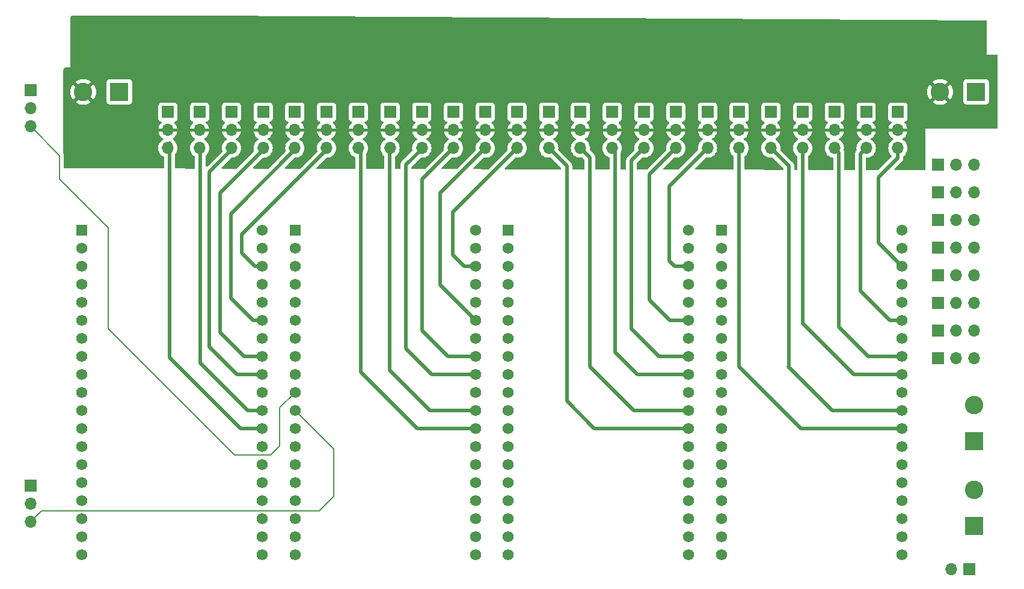
<source format=gbr>
%TF.GenerationSoftware,KiCad,Pcbnew,8.0.2-1*%
%TF.CreationDate,2025-01-09T15:56:49-05:00*%
%TF.ProjectId,C3P0_Controller_V1.1,43335030-5f43-46f6-9e74-726f6c6c6572,rev?*%
%TF.SameCoordinates,Original*%
%TF.FileFunction,Copper,L2,Inr*%
%TF.FilePolarity,Positive*%
%FSLAX46Y46*%
G04 Gerber Fmt 4.6, Leading zero omitted, Abs format (unit mm)*
G04 Created by KiCad (PCBNEW 8.0.2-1) date 2025-01-09 15:56:49*
%MOMM*%
%LPD*%
G01*
G04 APERTURE LIST*
%TA.AperFunction,ComponentPad*%
%ADD10R,1.700000X1.700000*%
%TD*%
%TA.AperFunction,ComponentPad*%
%ADD11O,1.700000X1.700000*%
%TD*%
%TA.AperFunction,ComponentPad*%
%ADD12R,1.560000X1.560000*%
%TD*%
%TA.AperFunction,ComponentPad*%
%ADD13C,1.560000*%
%TD*%
%TA.AperFunction,ComponentPad*%
%ADD14R,2.600000X2.600000*%
%TD*%
%TA.AperFunction,ComponentPad*%
%ADD15C,2.600000*%
%TD*%
%TA.AperFunction,Conductor*%
%ADD16C,0.152400*%
%TD*%
%TA.AperFunction,Conductor*%
%ADD17C,0.500000*%
%TD*%
G04 APERTURE END LIST*
D10*
%TO.N,GND*%
%TO.C,J37*%
X204406000Y-93868285D03*
D11*
%TO.N,T_RX1*%
X206946000Y-93868285D03*
%TO.N,T_TX1*%
X209486000Y-93868285D03*
%TD*%
D10*
%TO.N,GND*%
%TO.C,J36*%
X204406000Y-78310857D03*
D11*
%TO.N,RA_RX1*%
X206946000Y-78310857D03*
%TO.N,RA_TX1*%
X209486000Y-78310857D03*
%TD*%
D10*
%TO.N,GND*%
%TO.C,J35*%
X204406000Y-101647000D03*
D11*
%TO.N,LA_RX1*%
X206946000Y-101647000D03*
%TO.N,LA_TX1*%
X209486000Y-101647000D03*
%TD*%
D10*
%TO.N,GND*%
%TO.C,J34*%
X204406000Y-86089571D03*
D11*
%TO.N,H_RX1*%
X206946000Y-86089571D03*
%TO.N,H_TX1*%
X209486000Y-86089571D03*
%TD*%
D10*
%TO.N,GND*%
%TO.C,J7*%
X185391025Y-67005000D03*
D11*
%TO.N,SVR_PWR*%
X185391025Y-69545000D03*
%TO.N,SRV_7*%
X185391025Y-72085000D03*
%TD*%
D10*
%TO.N,GND*%
%TO.C,J21*%
X167514301Y-67005000D03*
D11*
%TO.N,SVR_PWR*%
X167514301Y-69545000D03*
%TO.N,SRV_21*%
X167514301Y-72085000D03*
%TD*%
D12*
%TO.N,unconnected-(U3-3V3-PadJ2-1)*%
%TO.C,U3*%
X143938000Y-83611000D03*
D13*
%TO.N,unconnected-(U3-EN-PadJ2-2)*%
X143938000Y-86151000D03*
%TO.N,unconnected-(U3-SENSOR_VP-PadJ2-3)*%
X143938000Y-88691000D03*
%TO.N,unconnected-(U3-SENSOR_VN-PadJ2-4)*%
X143938000Y-91231000D03*
%TO.N,unconnected-(U3-IO34-PadJ2-5)*%
X143938000Y-93771000D03*
%TO.N,unconnected-(U3-IO35-PadJ2-6)*%
X143938000Y-96311000D03*
%TO.N,unconnected-(U3-IO32-PadJ2-7)*%
X143938000Y-98851000D03*
%TO.N,T_TX1*%
X143938000Y-101391000D03*
%TO.N,T_RX1*%
X143938000Y-103931000D03*
%TO.N,unconnected-(U3-IO26-PadJ2-10)*%
X143938000Y-106471000D03*
%TO.N,unconnected-(U3-IO27-PadJ2-11)*%
X143938000Y-109011000D03*
%TO.N,unconnected-(U3-IO14-PadJ2-12)*%
X143938000Y-111551000D03*
%TO.N,unconnected-(U3-IO12-PadJ2-13)*%
X143938000Y-114091000D03*
%TO.N,unconnected-(U3-GND1-PadJ2-14)*%
X143938000Y-116631000D03*
%TO.N,unconnected-(U3-IO13-PadJ2-15)*%
X143938000Y-119171000D03*
%TO.N,unconnected-(U3-SD2-PadJ2-16)*%
X143938000Y-121711000D03*
%TO.N,unconnected-(U3-SD3-PadJ2-17)*%
X143938000Y-124251000D03*
%TO.N,unconnected-(U3-CMD-PadJ2-18)*%
X143938000Y-126791000D03*
%TO.N,5V*%
X143938000Y-129331000D03*
%TO.N,GND*%
X169338000Y-83611000D03*
%TO.N,unconnected-(U3-IO23-PadJ3-2)*%
X169338000Y-86151000D03*
%TO.N,SRV_22*%
X169338000Y-88691000D03*
%TO.N,T_TX*%
X169338000Y-91231000D03*
%TO.N,T_RX*%
X169338000Y-93771000D03*
%TO.N,SRV_21*%
X169338000Y-96311000D03*
%TO.N,unconnected-(U3-GND2-PadJ3-7)*%
X169338000Y-98851000D03*
%TO.N,SRV_20*%
X169338000Y-101391000D03*
%TO.N,SRV_19*%
X169338000Y-103931000D03*
%TO.N,unconnected-(U3-IO5-PadJ3-10)*%
X169338000Y-106471000D03*
%TO.N,SRV_18*%
X169338000Y-109011000D03*
%TO.N,SRV_17*%
X169338000Y-111551000D03*
%TO.N,unconnected-(U3-IO4-PadJ3-13)*%
X169338000Y-114091000D03*
%TO.N,unconnected-(U3-IO0-PadJ3-14)*%
X169338000Y-116631000D03*
%TO.N,unconnected-(U3-IO2-PadJ3-15)*%
X169338000Y-119171000D03*
%TO.N,unconnected-(U3-IO15-PadJ3-16)*%
X169338000Y-121711000D03*
%TO.N,unconnected-(U3-SD1-PadJ3-17)*%
X169338000Y-124251000D03*
%TO.N,unconnected-(U3-SD0-PadJ3-18)*%
X169338000Y-126791000D03*
%TO.N,unconnected-(U3-CLK-PadJ3-19)*%
X169338000Y-129331000D03*
%TD*%
D10*
%TO.N,GND*%
%TO.C,J29*%
X208835000Y-131365000D03*
D11*
%TO.N,5V*%
X206295000Y-131365000D03*
%TD*%
D10*
%TO.N,GND*%
%TO.C,J16*%
X118353310Y-67005000D03*
D11*
%TO.N,SVR_PWR*%
X118353310Y-69545000D03*
%TO.N,SRV_16*%
X118353310Y-72085000D03*
%TD*%
D10*
%TO.N,GND*%
%TO.C,J5*%
X176452663Y-67005000D03*
D11*
%TO.N,SVR_PWR*%
X176452663Y-69545000D03*
%TO.N,SRV_5*%
X176452663Y-72085000D03*
%TD*%
D12*
%TO.N,unconnected-(U1-3V3-PadJ2-1)*%
%TO.C,U1*%
X83888000Y-83611000D03*
D13*
%TO.N,unconnected-(U1-EN-PadJ2-2)*%
X83888000Y-86151000D03*
%TO.N,unconnected-(U1-SENSOR_VP-PadJ2-3)*%
X83888000Y-88691000D03*
%TO.N,unconnected-(U1-SENSOR_VN-PadJ2-4)*%
X83888000Y-91231000D03*
%TO.N,unconnected-(U1-IO34-PadJ2-5)*%
X83888000Y-93771000D03*
%TO.N,unconnected-(U1-IO35-PadJ2-6)*%
X83888000Y-96311000D03*
%TO.N,unconnected-(U1-IO32-PadJ2-7)*%
X83888000Y-98851000D03*
%TO.N,RA_TX1*%
X83888000Y-101391000D03*
%TO.N,RA_RX1*%
X83888000Y-103931000D03*
%TO.N,unconnected-(U1-IO26-PadJ2-10)*%
X83888000Y-106471000D03*
%TO.N,unconnected-(U1-IO27-PadJ2-11)*%
X83888000Y-109011000D03*
%TO.N,unconnected-(U1-IO14-PadJ2-12)*%
X83888000Y-111551000D03*
%TO.N,unconnected-(U1-IO12-PadJ2-13)*%
X83888000Y-114091000D03*
%TO.N,unconnected-(U1-GND1-PadJ2-14)*%
X83888000Y-116631000D03*
%TO.N,unconnected-(U1-IO13-PadJ2-15)*%
X83888000Y-119171000D03*
%TO.N,unconnected-(U1-SD2-PadJ2-16)*%
X83888000Y-121711000D03*
%TO.N,unconnected-(U1-SD3-PadJ2-17)*%
X83888000Y-124251000D03*
%TO.N,unconnected-(U1-CMD-PadJ2-18)*%
X83888000Y-126791000D03*
%TO.N,5V*%
X83888000Y-129331000D03*
%TO.N,GND*%
X109288000Y-83611000D03*
%TO.N,unconnected-(U1-IO23-PadJ3-2)*%
X109288000Y-86151000D03*
%TO.N,SRV_16*%
X109288000Y-88691000D03*
%TO.N,RA_TX*%
X109288000Y-91231000D03*
%TO.N,RA_RX*%
X109288000Y-93771000D03*
%TO.N,SRV_15*%
X109288000Y-96311000D03*
%TO.N,unconnected-(U1-GND2-PadJ3-7)*%
X109288000Y-98851000D03*
%TO.N,SRV_14*%
X109288000Y-101391000D03*
%TO.N,SRV_13*%
X109288000Y-103931000D03*
%TO.N,unconnected-(U1-IO5-PadJ3-10)*%
X109288000Y-106471000D03*
%TO.N,SRV_12*%
X109288000Y-109011000D03*
%TO.N,SRV_11*%
X109288000Y-111551000D03*
%TO.N,unconnected-(U1-IO4-PadJ3-13)*%
X109288000Y-114091000D03*
%TO.N,unconnected-(U1-IO0-PadJ3-14)*%
X109288000Y-116631000D03*
%TO.N,unconnected-(U1-IO2-PadJ3-15)*%
X109288000Y-119171000D03*
%TO.N,unconnected-(U1-IO15-PadJ3-16)*%
X109288000Y-121711000D03*
%TO.N,unconnected-(U1-SD1-PadJ3-17)*%
X109288000Y-124251000D03*
%TO.N,unconnected-(U1-SD0-PadJ3-18)*%
X109288000Y-126791000D03*
%TO.N,unconnected-(U1-CLK-PadJ3-19)*%
X109288000Y-129331000D03*
%TD*%
D10*
%TO.N,GND*%
%TO.C,J30*%
X204406000Y-82200214D03*
D11*
%TO.N,H_RX*%
X206946000Y-82200214D03*
%TO.N,H_TX*%
X209486000Y-82200214D03*
%TD*%
D10*
%TO.N,GND*%
%TO.C,J15*%
X113884129Y-67005000D03*
D11*
%TO.N,SVR_PWR*%
X113884129Y-69545000D03*
%TO.N,SRV_15*%
X113884129Y-72085000D03*
%TD*%
D10*
%TO.N,GND*%
%TO.C,J20*%
X163045120Y-67005000D03*
D11*
%TO.N,SVR_PWR*%
X163045120Y-69545000D03*
%TO.N,SRV_20*%
X163045120Y-72085000D03*
%TD*%
D10*
%TO.N,GND*%
%TO.C,J2*%
X127291672Y-67005000D03*
D11*
%TO.N,SVR_PWR*%
X127291672Y-69545000D03*
%TO.N,SRV_2*%
X127291672Y-72085000D03*
%TD*%
D14*
%TO.N,GND*%
%TO.C,J50*%
X89171000Y-64155000D03*
D15*
%TO.N,SVR_PWR*%
X84091000Y-64155000D03*
%TD*%
D10*
%TO.N,GND*%
%TO.C,J19*%
X158575939Y-67005000D03*
D11*
%TO.N,SVR_PWR*%
X158575939Y-69545000D03*
%TO.N,SRV_19*%
X158575939Y-72085000D03*
%TD*%
D10*
%TO.N,GND*%
%TO.C,J13*%
X104945767Y-67005000D03*
D11*
%TO.N,SVR_PWR*%
X104945767Y-69545000D03*
%TO.N,SRV_13*%
X104945767Y-72085000D03*
%TD*%
D10*
%TO.N,GND*%
%TO.C,J33*%
X204406000Y-89978928D03*
D11*
%TO.N,T_RX*%
X206946000Y-89978928D03*
%TO.N,T_TX*%
X209486000Y-89978928D03*
%TD*%
D10*
%TO.N,GND*%
%TO.C,J24*%
X145168396Y-67005000D03*
D11*
%TO.N,SVR_PWR*%
X145168396Y-69545000D03*
%TO.N,SPR_2*%
X145168396Y-72085000D03*
%TD*%
D10*
%TO.N,GND*%
%TO.C,J11*%
X96007405Y-67005000D03*
D11*
%TO.N,SVR_PWR*%
X96007405Y-69545000D03*
%TO.N,SRV_11*%
X96007405Y-72085000D03*
%TD*%
D10*
%TO.N,GND*%
%TO.C,J26*%
X76650000Y-119644000D03*
D11*
%TO.N,5V*%
X76650000Y-122184000D03*
%TO.N,MISC_2*%
X76650000Y-124724000D03*
%TD*%
D10*
%TO.N,GND*%
%TO.C,J22*%
X171983482Y-67005000D03*
D11*
%TO.N,SVR_PWR*%
X171983482Y-69545000D03*
%TO.N,SRV_22*%
X171983482Y-72085000D03*
%TD*%
D10*
%TO.N,GND*%
%TO.C,J6*%
X180921844Y-67005000D03*
D11*
%TO.N,SVR_PWR*%
X180921844Y-69545000D03*
%TO.N,SRV_6*%
X180921844Y-72085000D03*
%TD*%
D12*
%TO.N,unconnected-(U4-3V3-PadJ2-1)*%
%TO.C,U4*%
X173963000Y-83611000D03*
D13*
%TO.N,unconnected-(U4-EN-PadJ2-2)*%
X173963000Y-86151000D03*
%TO.N,unconnected-(U4-SENSOR_VP-PadJ2-3)*%
X173963000Y-88691000D03*
%TO.N,unconnected-(U4-SENSOR_VN-PadJ2-4)*%
X173963000Y-91231000D03*
%TO.N,unconnected-(U4-IO34-PadJ2-5)*%
X173963000Y-93771000D03*
%TO.N,unconnected-(U4-IO35-PadJ2-6)*%
X173963000Y-96311000D03*
%TO.N,unconnected-(U4-IO32-PadJ2-7)*%
X173963000Y-98851000D03*
%TO.N,LA_TX1*%
X173963000Y-101391000D03*
%TO.N,LA_RX1*%
X173963000Y-103931000D03*
%TO.N,unconnected-(U4-IO26-PadJ2-10)*%
X173963000Y-106471000D03*
%TO.N,unconnected-(U4-IO27-PadJ2-11)*%
X173963000Y-109011000D03*
%TO.N,unconnected-(U4-IO14-PadJ2-12)*%
X173963000Y-111551000D03*
%TO.N,unconnected-(U4-IO12-PadJ2-13)*%
X173963000Y-114091000D03*
%TO.N,unconnected-(U4-GND1-PadJ2-14)*%
X173963000Y-116631000D03*
%TO.N,unconnected-(U4-IO13-PadJ2-15)*%
X173963000Y-119171000D03*
%TO.N,unconnected-(U4-SD2-PadJ2-16)*%
X173963000Y-121711000D03*
%TO.N,unconnected-(U4-SD3-PadJ2-17)*%
X173963000Y-124251000D03*
%TO.N,unconnected-(U4-CMD-PadJ2-18)*%
X173963000Y-126791000D03*
%TO.N,5V*%
X173963000Y-129331000D03*
%TO.N,GND*%
X199363000Y-83611000D03*
%TO.N,unconnected-(U4-IO23-PadJ3-2)*%
X199363000Y-86151000D03*
%TO.N,SRV_10*%
X199363000Y-88691000D03*
%TO.N,LA_TX*%
X199363000Y-91231000D03*
%TO.N,LA_RX*%
X199363000Y-93771000D03*
%TO.N,SRV_9*%
X199363000Y-96311000D03*
%TO.N,unconnected-(U4-GND2-PadJ3-7)*%
X199363000Y-98851000D03*
%TO.N,SRV_8*%
X199363000Y-101391000D03*
%TO.N,SRV_7*%
X199363000Y-103931000D03*
%TO.N,unconnected-(U4-IO5-PadJ3-10)*%
X199363000Y-106471000D03*
%TO.N,SRV_6*%
X199363000Y-109011000D03*
%TO.N,SRV_5*%
X199363000Y-111551000D03*
%TO.N,unconnected-(U4-IO4-PadJ3-13)*%
X199363000Y-114091000D03*
%TO.N,unconnected-(U4-IO0-PadJ3-14)*%
X199363000Y-116631000D03*
%TO.N,unconnected-(U4-IO2-PadJ3-15)*%
X199363000Y-119171000D03*
%TO.N,unconnected-(U4-IO15-PadJ3-16)*%
X199363000Y-121711000D03*
%TO.N,unconnected-(U4-SD1-PadJ3-17)*%
X199363000Y-124251000D03*
%TO.N,unconnected-(U4-SD0-PadJ3-18)*%
X199363000Y-126791000D03*
%TO.N,unconnected-(U4-CLK-PadJ3-19)*%
X199363000Y-129331000D03*
%TD*%
D11*
%TO.N,RA_TX*%
%TO.C,J32*%
X209486000Y-74421500D03*
%TO.N,RA_RX*%
X206946000Y-74421500D03*
D10*
%TO.N,GND*%
X204406000Y-74421500D03*
%TD*%
%TO.N,GND*%
%TO.C,J3*%
X131760853Y-67005000D03*
D11*
%TO.N,SVR_PWR*%
X131760853Y-69545000D03*
%TO.N,SRV_3*%
X131760853Y-72085000D03*
%TD*%
D10*
%TO.N,GND*%
%TO.C,J1*%
X122822491Y-67005000D03*
D11*
%TO.N,SVR_PWR*%
X122822491Y-69545000D03*
%TO.N,SRV_1*%
X122822491Y-72085000D03*
%TD*%
D10*
%TO.N,GND*%
%TO.C,J18*%
X154106758Y-67005000D03*
D11*
%TO.N,SVR_PWR*%
X154106758Y-69545000D03*
%TO.N,SRV_18*%
X154106758Y-72085000D03*
%TD*%
D10*
%TO.N,GND*%
%TO.C,J23*%
X140699215Y-67005000D03*
D11*
%TO.N,SVR_PWR*%
X140699215Y-69545000D03*
%TO.N,SPR_1*%
X140699215Y-72085000D03*
%TD*%
D10*
%TO.N,GND*%
%TO.C,J4*%
X136230034Y-67005000D03*
D11*
%TO.N,SVR_PWR*%
X136230034Y-69545000D03*
%TO.N,SRV_4*%
X136230034Y-72085000D03*
%TD*%
D10*
%TO.N,GND*%
%TO.C,J17*%
X149637577Y-67005000D03*
D11*
%TO.N,SVR_PWR*%
X149637577Y-69545000D03*
%TO.N,SRV_17*%
X149637577Y-72085000D03*
%TD*%
D14*
%TO.N,GND*%
%TO.C,J51*%
X209567000Y-125267000D03*
D15*
%TO.N,5V*%
X209567000Y-120187000D03*
%TD*%
D14*
%TO.N,GND*%
%TO.C,J27*%
X209821000Y-64155000D03*
D15*
%TO.N,SVR_PWR*%
X204741000Y-64155000D03*
%TD*%
D10*
%TO.N,GND*%
%TO.C,J9*%
X194329387Y-67005000D03*
D11*
%TO.N,SVR_PWR*%
X194329387Y-69545000D03*
%TO.N,SRV_9*%
X194329387Y-72085000D03*
%TD*%
D14*
%TO.N,GND*%
%TO.C,J28*%
X209567000Y-113353000D03*
D15*
%TO.N,5V*%
X209567000Y-108273000D03*
%TD*%
D10*
%TO.N,GND*%
%TO.C,J12*%
X100476586Y-67005000D03*
D11*
%TO.N,SVR_PWR*%
X100476586Y-69545000D03*
%TO.N,SRV_12*%
X100476586Y-72085000D03*
%TD*%
D12*
%TO.N,unconnected-(U2-3V3-PadJ2-1)*%
%TO.C,U2*%
X113913000Y-83611000D03*
D13*
%TO.N,unconnected-(U2-EN-PadJ2-2)*%
X113913000Y-86151000D03*
%TO.N,unconnected-(U2-SENSOR_VP-PadJ2-3)*%
X113913000Y-88691000D03*
%TO.N,unconnected-(U2-SENSOR_VN-PadJ2-4)*%
X113913000Y-91231000D03*
%TO.N,unconnected-(U2-IO34-PadJ2-5)*%
X113913000Y-93771000D03*
%TO.N,unconnected-(U2-IO35-PadJ2-6)*%
X113913000Y-96311000D03*
%TO.N,unconnected-(U2-IO32-PadJ2-7)*%
X113913000Y-98851000D03*
%TO.N,H_TX1*%
X113913000Y-101391000D03*
%TO.N,H_RX1*%
X113913000Y-103931000D03*
%TO.N,MISC_1*%
X113913000Y-106471000D03*
%TO.N,MISC_2*%
X113913000Y-109011000D03*
%TO.N,unconnected-(U2-IO14-PadJ2-12)*%
X113913000Y-111551000D03*
%TO.N,unconnected-(U2-IO12-PadJ2-13)*%
X113913000Y-114091000D03*
%TO.N,unconnected-(U2-GND1-PadJ2-14)*%
X113913000Y-116631000D03*
%TO.N,unconnected-(U2-IO13-PadJ2-15)*%
X113913000Y-119171000D03*
%TO.N,unconnected-(U2-SD2-PadJ2-16)*%
X113913000Y-121711000D03*
%TO.N,unconnected-(U2-SD3-PadJ2-17)*%
X113913000Y-124251000D03*
%TO.N,unconnected-(U2-CMD-PadJ2-18)*%
X113913000Y-126791000D03*
%TO.N,5V*%
X113913000Y-129331000D03*
%TO.N,GND*%
X139313000Y-83611000D03*
%TO.N,unconnected-(U2-IO23-PadJ3-2)*%
X139313000Y-86151000D03*
%TO.N,SPR_2*%
X139313000Y-88691000D03*
%TO.N,H_TX*%
X139313000Y-91231000D03*
%TO.N,H_RX*%
X139313000Y-93771000D03*
%TO.N,SPR_1*%
X139313000Y-96311000D03*
%TO.N,unconnected-(U2-GND2-PadJ3-7)*%
X139313000Y-98851000D03*
%TO.N,SRV_4*%
X139313000Y-101391000D03*
%TO.N,SRV_3*%
X139313000Y-103931000D03*
%TO.N,unconnected-(U2-IO5-PadJ3-10)*%
X139313000Y-106471000D03*
%TO.N,SRV_2*%
X139313000Y-109011000D03*
%TO.N,SRV_1*%
X139313000Y-111551000D03*
%TO.N,unconnected-(U2-IO4-PadJ3-13)*%
X139313000Y-114091000D03*
%TO.N,unconnected-(U2-IO0-PadJ3-14)*%
X139313000Y-116631000D03*
%TO.N,unconnected-(U2-IO2-PadJ3-15)*%
X139313000Y-119171000D03*
%TO.N,unconnected-(U2-IO15-PadJ3-16)*%
X139313000Y-121711000D03*
%TO.N,unconnected-(U2-SD1-PadJ3-17)*%
X139313000Y-124251000D03*
%TO.N,unconnected-(U2-SD0-PadJ3-18)*%
X139313000Y-126791000D03*
%TO.N,unconnected-(U2-CLK-PadJ3-19)*%
X139313000Y-129331000D03*
%TD*%
D10*
%TO.N,GND*%
%TO.C,J14*%
X109414948Y-67005000D03*
D11*
%TO.N,SVR_PWR*%
X109414948Y-69545000D03*
%TO.N,SRV_14*%
X109414948Y-72085000D03*
%TD*%
D10*
%TO.N,GND*%
%TO.C,J31*%
X204406000Y-97757642D03*
D11*
%TO.N,LA_RX*%
X206946000Y-97757642D03*
%TO.N,LA_TX*%
X209486000Y-97757642D03*
%TD*%
D10*
%TO.N,GND*%
%TO.C,J10*%
X198798569Y-67005000D03*
D11*
%TO.N,SVR_PWR*%
X198798569Y-69545000D03*
%TO.N,SRV_10*%
X198798569Y-72085000D03*
%TD*%
D10*
%TO.N,GND*%
%TO.C,J25*%
X76650000Y-63944000D03*
D11*
%TO.N,5V*%
X76650000Y-66484000D03*
%TO.N,MISC_1*%
X76650000Y-69024000D03*
%TD*%
D10*
%TO.N,GND*%
%TO.C,J8*%
X189860206Y-67005000D03*
D11*
%TO.N,SVR_PWR*%
X189860206Y-69545000D03*
%TO.N,SRV_8*%
X189860206Y-72085000D03*
%TD*%
D16*
%TO.N,MISC_1*%
X113913000Y-106471000D02*
X111760000Y-108624000D01*
X111760000Y-108624000D02*
X111760000Y-114046000D01*
X110490000Y-115316000D02*
X105410000Y-115316000D01*
X105410000Y-115316000D02*
X87630000Y-97536000D01*
X111760000Y-114046000D02*
X110490000Y-115316000D01*
X87630000Y-97536000D02*
X87630000Y-83312000D01*
X87630000Y-83312000D02*
X80772000Y-76454000D01*
X80772000Y-76454000D02*
X80772000Y-73146000D01*
X80772000Y-73146000D02*
X76650000Y-69024000D01*
%TO.N,MISC_2*%
X76650000Y-124724000D02*
X78179200Y-123194800D01*
X78179200Y-123194800D02*
X117352800Y-123194800D01*
X119380000Y-121158000D02*
X119380000Y-114478000D01*
X117352800Y-123194800D02*
X118618000Y-121929600D01*
X118618000Y-121920000D02*
X119380000Y-121158000D01*
X118618000Y-121929600D02*
X118618000Y-121920000D01*
X119380000Y-114478000D02*
X113913000Y-109011000D01*
D17*
%TO.N,SRV_1*%
X123076491Y-72085000D02*
X123190000Y-72198509D01*
X123190000Y-72198509D02*
X123190000Y-103632000D01*
X123190000Y-103632000D02*
X131109000Y-111551000D01*
X131109000Y-111551000D02*
X139313000Y-111551000D01*
%TO.N,SRV_2*%
X127291672Y-72085000D02*
X127254000Y-72122672D01*
X127254000Y-103378000D02*
X132887000Y-109011000D01*
X132887000Y-109011000D02*
X139313000Y-109011000D01*
X127254000Y-72122672D02*
X127254000Y-103378000D01*
%TO.N,SRV_3*%
X131760853Y-72201147D02*
X129540000Y-74422000D01*
X129540000Y-74422000D02*
X129540000Y-100330000D01*
X129540000Y-100330000D02*
X133141000Y-103931000D01*
X131760853Y-72085000D02*
X131760853Y-72201147D01*
X133141000Y-103931000D02*
X139313000Y-103931000D01*
%TO.N,SRV_4*%
X136195000Y-72085000D02*
X131826000Y-76454000D01*
X136230034Y-72085000D02*
X136195000Y-72085000D01*
X131826000Y-76454000D02*
X131826000Y-97790000D01*
X135427000Y-101391000D02*
X139313000Y-101391000D01*
X131826000Y-97790000D02*
X135427000Y-101391000D01*
%TO.N,SRV_5*%
X176452663Y-72085000D02*
X176452663Y-102882663D01*
X185121000Y-111551000D02*
X199363000Y-111551000D01*
X176452663Y-102882663D02*
X185121000Y-111551000D01*
%TO.N,SRV_6*%
X183388000Y-102870000D02*
X189529000Y-109011000D01*
X183461844Y-102796156D02*
X183388000Y-102870000D01*
X183461844Y-74625000D02*
X183461844Y-102796156D01*
X180921844Y-72085000D02*
X183461844Y-74625000D01*
X189529000Y-109011000D02*
X199363000Y-109011000D01*
%TO.N,SRV_7*%
X185420000Y-96774000D02*
X192577000Y-103931000D01*
X192577000Y-103931000D02*
X199363000Y-103931000D01*
X185420000Y-72113975D02*
X185420000Y-96774000D01*
X185391025Y-72085000D02*
X185420000Y-72113975D01*
%TO.N,SRV_8*%
X194609000Y-101391000D02*
X199363000Y-101391000D01*
X190500000Y-72724794D02*
X190500000Y-97282000D01*
X189860206Y-72085000D02*
X190500000Y-72724794D01*
X190500000Y-97282000D02*
X194609000Y-101391000D01*
%TO.N,SRV_9*%
X193548000Y-72866387D02*
X193548000Y-92202000D01*
X194329387Y-72085000D02*
X193548000Y-72866387D01*
X197657000Y-96311000D02*
X199363000Y-96311000D01*
X193548000Y-92202000D02*
X197657000Y-96311000D01*
%TO.N,SRV_10*%
X196088000Y-85416000D02*
X199363000Y-88691000D01*
X198798569Y-72085000D02*
X198798569Y-73489431D01*
X198798569Y-73489431D02*
X196088000Y-76200000D01*
X196088000Y-76200000D02*
X196088000Y-85416000D01*
%TO.N,SRV_11*%
X96261405Y-71383478D02*
X96261405Y-101595405D01*
X96261405Y-101595405D02*
X106217000Y-111551000D01*
X106217000Y-111551000D02*
X109288000Y-111551000D01*
%TO.N,SRV_12*%
X100730586Y-72085000D02*
X100584000Y-72231586D01*
X100584000Y-72231586D02*
X100584000Y-102362000D01*
X107233000Y-109011000D02*
X109288000Y-109011000D01*
X100584000Y-102362000D02*
X107233000Y-109011000D01*
%TO.N,SRV_13*%
X101854000Y-75430767D02*
X101854000Y-100076000D01*
X105709000Y-103931000D02*
X109288000Y-103931000D01*
X101854000Y-100076000D02*
X105709000Y-103931000D01*
X105199767Y-72085000D02*
X101854000Y-75430767D01*
%TO.N,SRV_14*%
X106725000Y-101391000D02*
X109288000Y-101391000D01*
X103378000Y-98044000D02*
X106725000Y-101391000D01*
X109668948Y-72085000D02*
X103378000Y-78375948D01*
X103378000Y-78375948D02*
X103378000Y-98044000D01*
%TO.N,SRV_15*%
X104902000Y-93218000D02*
X107995000Y-96311000D01*
X114138129Y-72085000D02*
X104902000Y-81321129D01*
X104902000Y-81321129D02*
X104902000Y-93218000D01*
X107995000Y-96311000D02*
X109288000Y-96311000D01*
%TO.N,SRV_16*%
X118607310Y-72085000D02*
X106426000Y-84266310D01*
X106426000Y-84266310D02*
X106426000Y-86868000D01*
X108249000Y-88691000D02*
X109288000Y-88691000D01*
X106426000Y-86868000D02*
X108249000Y-88691000D01*
%TO.N,SRV_17*%
X156001000Y-111551000D02*
X169338000Y-111551000D01*
X152177577Y-74625000D02*
X152177577Y-107727577D01*
X152177577Y-107727577D02*
X156001000Y-111551000D01*
X149637577Y-72085000D02*
X152177577Y-74625000D01*
%TO.N,SRV_18*%
X161589000Y-109011000D02*
X169338000Y-109011000D01*
X154106758Y-72085000D02*
X155448000Y-73426242D01*
X155448000Y-73426242D02*
X155448000Y-102870000D01*
X155448000Y-102870000D02*
X161589000Y-109011000D01*
%TO.N,SRV_19*%
X162097000Y-103931000D02*
X169338000Y-103931000D01*
X159004000Y-72513061D02*
X159004000Y-100838000D01*
X158575939Y-72085000D02*
X159004000Y-72513061D01*
X159004000Y-100838000D02*
X162097000Y-103931000D01*
%TO.N,SRV_20*%
X165145000Y-101391000D02*
X169338000Y-101391000D01*
X163045120Y-72085000D02*
X161290000Y-73840120D01*
X161290000Y-97536000D02*
X165145000Y-101391000D01*
X161290000Y-73840120D02*
X161290000Y-97536000D01*
%TO.N,SRV_21*%
X163830000Y-93472000D02*
X166669000Y-96311000D01*
X166669000Y-96311000D02*
X169338000Y-96311000D01*
X167514301Y-72085000D02*
X163830000Y-75769301D01*
X163830000Y-75769301D02*
X163830000Y-93472000D01*
%TO.N,SRV_22*%
X167368500Y-88691000D02*
X169338000Y-88691000D01*
X166624000Y-77444482D02*
X166624000Y-87946500D01*
X166624000Y-87946500D02*
X167368500Y-88691000D01*
X171983482Y-72085000D02*
X166624000Y-77444482D01*
%TO.N,SPR_1*%
X140699215Y-72085000D02*
X134366000Y-78418215D01*
X134366000Y-78418215D02*
X134366000Y-91364000D01*
X134366000Y-91364000D02*
X139313000Y-96311000D01*
%TO.N,SPR_2*%
X136144000Y-81109396D02*
X136144000Y-87122000D01*
X136144000Y-87122000D02*
X137713000Y-88691000D01*
X145168396Y-72085000D02*
X136144000Y-81109396D01*
X137713000Y-88691000D02*
X139313000Y-88691000D01*
%TD*%
%TA.AperFunction,Conductor*%
%TO.N,SVR_PWR*%
G36*
X102023672Y-53456502D02*
G01*
X211204732Y-54101272D01*
X211271654Y-54121352D01*
X211317097Y-54174426D01*
X211328000Y-54225270D01*
X211328000Y-58928000D01*
X212728000Y-58928000D01*
X212795039Y-58947685D01*
X212840794Y-59000489D01*
X212852000Y-59052000D01*
X212852000Y-69218000D01*
X212832315Y-69285039D01*
X212779511Y-69330794D01*
X212728000Y-69342000D01*
X202692000Y-69342000D01*
X202692000Y-75059740D01*
X202672315Y-75126779D01*
X202619511Y-75172534D01*
X202567741Y-75183740D01*
X198473295Y-75175173D01*
X198406296Y-75155348D01*
X198360652Y-75102448D01*
X198350853Y-75033269D01*
X198380011Y-74969774D01*
X198385840Y-74963527D01*
X199381520Y-73967847D01*
X199463653Y-73844926D01*
X199520227Y-73708344D01*
X199532954Y-73644361D01*
X199549069Y-73563349D01*
X199549069Y-73272700D01*
X199568754Y-73205661D01*
X199601944Y-73171126D01*
X199669970Y-73123495D01*
X199837064Y-72956401D01*
X199972604Y-72762830D01*
X200072472Y-72548663D01*
X200133632Y-72320408D01*
X200154228Y-72085000D01*
X200133632Y-71849592D01*
X200072472Y-71621337D01*
X199972604Y-71407171D01*
X199837064Y-71213599D01*
X199837063Y-71213597D01*
X199669971Y-71046506D01*
X199669970Y-71046505D01*
X199483974Y-70916269D01*
X199440350Y-70861692D01*
X199433157Y-70792193D01*
X199464679Y-70729839D01*
X199483974Y-70713119D01*
X199669651Y-70583105D01*
X199836674Y-70416082D01*
X199972169Y-70222578D01*
X200071998Y-70008492D01*
X200072001Y-70008486D01*
X200129205Y-69795000D01*
X199231581Y-69795000D01*
X199264494Y-69737993D01*
X199298569Y-69610826D01*
X199298569Y-69479174D01*
X199264494Y-69352007D01*
X199231581Y-69295000D01*
X200129205Y-69295000D01*
X200129204Y-69294999D01*
X200072001Y-69081513D01*
X200071998Y-69081507D01*
X199972169Y-68867422D01*
X199972168Y-68867420D01*
X199836682Y-68673926D01*
X199836677Y-68673920D01*
X199714622Y-68551865D01*
X199681137Y-68490542D01*
X199686121Y-68420850D01*
X199727993Y-68364917D01*
X199758969Y-68348002D01*
X199890900Y-68298796D01*
X200006115Y-68212546D01*
X200092365Y-68097331D01*
X200142660Y-67962483D01*
X200149069Y-67902873D01*
X200149068Y-66107128D01*
X200142660Y-66047517D01*
X200108153Y-65955000D01*
X200092366Y-65912671D01*
X200092362Y-65912664D01*
X200006116Y-65797455D01*
X200006113Y-65797452D01*
X199890904Y-65711206D01*
X199890897Y-65711202D01*
X199756051Y-65660908D01*
X199756052Y-65660908D01*
X199696452Y-65654501D01*
X199696450Y-65654500D01*
X199696442Y-65654500D01*
X199696433Y-65654500D01*
X197900698Y-65654500D01*
X197900692Y-65654501D01*
X197841085Y-65660908D01*
X197706240Y-65711202D01*
X197706233Y-65711206D01*
X197591024Y-65797452D01*
X197591021Y-65797455D01*
X197504775Y-65912664D01*
X197504771Y-65912671D01*
X197454477Y-66047517D01*
X197448070Y-66107116D01*
X197448070Y-66107123D01*
X197448069Y-66107135D01*
X197448069Y-67902870D01*
X197448070Y-67902876D01*
X197454477Y-67962483D01*
X197504771Y-68097328D01*
X197504775Y-68097335D01*
X197591021Y-68212544D01*
X197591024Y-68212547D01*
X197706233Y-68298793D01*
X197706240Y-68298797D01*
X197706243Y-68298798D01*
X197838167Y-68348002D01*
X197894100Y-68389873D01*
X197918518Y-68455337D01*
X197903667Y-68523610D01*
X197882516Y-68551865D01*
X197760455Y-68673926D01*
X197624969Y-68867420D01*
X197624968Y-68867422D01*
X197525139Y-69081507D01*
X197525136Y-69081513D01*
X197467933Y-69294999D01*
X197467933Y-69295000D01*
X198365557Y-69295000D01*
X198332644Y-69352007D01*
X198298569Y-69479174D01*
X198298569Y-69610826D01*
X198332644Y-69737993D01*
X198365557Y-69795000D01*
X197467933Y-69795000D01*
X197525136Y-70008486D01*
X197525139Y-70008492D01*
X197624968Y-70222578D01*
X197760463Y-70416082D01*
X197927486Y-70583105D01*
X198113164Y-70713119D01*
X198156788Y-70767696D01*
X198163981Y-70837195D01*
X198132459Y-70899549D01*
X198113164Y-70916269D01*
X197927163Y-71046508D01*
X197760074Y-71213597D01*
X197624534Y-71407169D01*
X197624533Y-71407171D01*
X197524667Y-71621335D01*
X197524663Y-71621344D01*
X197463507Y-71849586D01*
X197463505Y-71849596D01*
X197442910Y-72084999D01*
X197442910Y-72085000D01*
X197463505Y-72320403D01*
X197463507Y-72320413D01*
X197524663Y-72548655D01*
X197524665Y-72548659D01*
X197524666Y-72548663D01*
X197620008Y-72753123D01*
X197624534Y-72762830D01*
X197624536Y-72762834D01*
X197707936Y-72881940D01*
X197754070Y-72947827D01*
X197760070Y-72956395D01*
X197760075Y-72956402D01*
X197927470Y-73123798D01*
X197960955Y-73185121D01*
X197955971Y-73254813D01*
X197927470Y-73299160D01*
X196092939Y-75133691D01*
X196031616Y-75167176D01*
X196004999Y-75170010D01*
X194422241Y-75166698D01*
X194355242Y-75146873D01*
X194309598Y-75093973D01*
X194298500Y-75042698D01*
X194298500Y-73556986D01*
X194318185Y-73489947D01*
X194370989Y-73444192D01*
X194411691Y-73433458D01*
X194564795Y-73420063D01*
X194793050Y-73358903D01*
X195007217Y-73259035D01*
X195200788Y-73123495D01*
X195367882Y-72956401D01*
X195503422Y-72762830D01*
X195603290Y-72548663D01*
X195664450Y-72320408D01*
X195685046Y-72085000D01*
X195664450Y-71849592D01*
X195603290Y-71621337D01*
X195503422Y-71407171D01*
X195367882Y-71213599D01*
X195367881Y-71213597D01*
X195200789Y-71046506D01*
X195200788Y-71046505D01*
X195014792Y-70916269D01*
X194971168Y-70861692D01*
X194963975Y-70792193D01*
X194995497Y-70729839D01*
X195014792Y-70713119D01*
X195200469Y-70583105D01*
X195367492Y-70416082D01*
X195502987Y-70222578D01*
X195602816Y-70008492D01*
X195602819Y-70008486D01*
X195660023Y-69795000D01*
X194762399Y-69795000D01*
X194795312Y-69737993D01*
X194829387Y-69610826D01*
X194829387Y-69479174D01*
X194795312Y-69352007D01*
X194762399Y-69295000D01*
X195660023Y-69295000D01*
X195660022Y-69294999D01*
X195602819Y-69081513D01*
X195602816Y-69081507D01*
X195502987Y-68867422D01*
X195502986Y-68867420D01*
X195367500Y-68673926D01*
X195367495Y-68673920D01*
X195245440Y-68551865D01*
X195211955Y-68490542D01*
X195216939Y-68420850D01*
X195258811Y-68364917D01*
X195289787Y-68348002D01*
X195421718Y-68298796D01*
X195536933Y-68212546D01*
X195623183Y-68097331D01*
X195673478Y-67962483D01*
X195679887Y-67902873D01*
X195679886Y-66107128D01*
X195673478Y-66047517D01*
X195638971Y-65955000D01*
X195623184Y-65912671D01*
X195623180Y-65912664D01*
X195536934Y-65797455D01*
X195536931Y-65797452D01*
X195421722Y-65711206D01*
X195421715Y-65711202D01*
X195286869Y-65660908D01*
X195286870Y-65660908D01*
X195227270Y-65654501D01*
X195227268Y-65654500D01*
X195227260Y-65654500D01*
X195227251Y-65654500D01*
X193431516Y-65654500D01*
X193431510Y-65654501D01*
X193371903Y-65660908D01*
X193237058Y-65711202D01*
X193237051Y-65711206D01*
X193121842Y-65797452D01*
X193121839Y-65797455D01*
X193035593Y-65912664D01*
X193035589Y-65912671D01*
X192985295Y-66047517D01*
X192978888Y-66107116D01*
X192978888Y-66107123D01*
X192978887Y-66107135D01*
X192978887Y-67902870D01*
X192978888Y-67902876D01*
X192985295Y-67962483D01*
X193035589Y-68097328D01*
X193035593Y-68097335D01*
X193121839Y-68212544D01*
X193121842Y-68212547D01*
X193237051Y-68298793D01*
X193237058Y-68298797D01*
X193237061Y-68298798D01*
X193368985Y-68348002D01*
X193424918Y-68389873D01*
X193449336Y-68455337D01*
X193434485Y-68523610D01*
X193413334Y-68551865D01*
X193291273Y-68673926D01*
X193155787Y-68867420D01*
X193155786Y-68867422D01*
X193055957Y-69081507D01*
X193055954Y-69081513D01*
X192998751Y-69294999D01*
X192998751Y-69295000D01*
X193896375Y-69295000D01*
X193863462Y-69352007D01*
X193829387Y-69479174D01*
X193829387Y-69610826D01*
X193863462Y-69737993D01*
X193896375Y-69795000D01*
X192998751Y-69795000D01*
X193055954Y-70008486D01*
X193055957Y-70008492D01*
X193155786Y-70222578D01*
X193291281Y-70416082D01*
X193458304Y-70583105D01*
X193643982Y-70713119D01*
X193687606Y-70767696D01*
X193694799Y-70837195D01*
X193663277Y-70899549D01*
X193643982Y-70916269D01*
X193457981Y-71046508D01*
X193290892Y-71213597D01*
X193155352Y-71407169D01*
X193155351Y-71407171D01*
X193055485Y-71621335D01*
X193055481Y-71621344D01*
X192994325Y-71849586D01*
X192994323Y-71849596D01*
X192973728Y-72084999D01*
X192973728Y-72085001D01*
X192992437Y-72298846D01*
X192978670Y-72367346D01*
X192968377Y-72382869D01*
X192968432Y-72382906D01*
X192923271Y-72450496D01*
X192923270Y-72450498D01*
X192882919Y-72510886D01*
X192882912Y-72510898D01*
X192826343Y-72647469D01*
X192826340Y-72647479D01*
X192797500Y-72792466D01*
X192797500Y-75039039D01*
X192777815Y-75106078D01*
X192725011Y-75151833D01*
X192673241Y-75163039D01*
X191374241Y-75160321D01*
X191307242Y-75140496D01*
X191261598Y-75087596D01*
X191250500Y-75036321D01*
X191250500Y-72650873D01*
X191221659Y-72505886D01*
X191221658Y-72505885D01*
X191221658Y-72505881D01*
X191216252Y-72492829D01*
X191191566Y-72433231D01*
X191184097Y-72363762D01*
X191186352Y-72353685D01*
X191191547Y-72334297D01*
X191195269Y-72320408D01*
X191215865Y-72085000D01*
X191195269Y-71849592D01*
X191134109Y-71621337D01*
X191034241Y-71407171D01*
X190898701Y-71213599D01*
X190898700Y-71213597D01*
X190731608Y-71046506D01*
X190731607Y-71046505D01*
X190545611Y-70916269D01*
X190501987Y-70861692D01*
X190494794Y-70792193D01*
X190526316Y-70729839D01*
X190545611Y-70713119D01*
X190731288Y-70583105D01*
X190898311Y-70416082D01*
X191033806Y-70222578D01*
X191133635Y-70008492D01*
X191133638Y-70008486D01*
X191190842Y-69795000D01*
X190293218Y-69795000D01*
X190326131Y-69737993D01*
X190360206Y-69610826D01*
X190360206Y-69479174D01*
X190326131Y-69352007D01*
X190293218Y-69295000D01*
X191190842Y-69295000D01*
X191190841Y-69294999D01*
X191133638Y-69081513D01*
X191133635Y-69081507D01*
X191033806Y-68867422D01*
X191033805Y-68867420D01*
X190898319Y-68673926D01*
X190898314Y-68673920D01*
X190776259Y-68551865D01*
X190742774Y-68490542D01*
X190747758Y-68420850D01*
X190789630Y-68364917D01*
X190820606Y-68348002D01*
X190952537Y-68298796D01*
X191067752Y-68212546D01*
X191154002Y-68097331D01*
X191204297Y-67962483D01*
X191210706Y-67902873D01*
X191210705Y-66107128D01*
X191204297Y-66047517D01*
X191169790Y-65955000D01*
X191154003Y-65912671D01*
X191153999Y-65912664D01*
X191067753Y-65797455D01*
X191067750Y-65797452D01*
X190952541Y-65711206D01*
X190952534Y-65711202D01*
X190817688Y-65660908D01*
X190817689Y-65660908D01*
X190758089Y-65654501D01*
X190758087Y-65654500D01*
X190758079Y-65654500D01*
X190758070Y-65654500D01*
X188962335Y-65654500D01*
X188962329Y-65654501D01*
X188902722Y-65660908D01*
X188767877Y-65711202D01*
X188767870Y-65711206D01*
X188652661Y-65797452D01*
X188652658Y-65797455D01*
X188566412Y-65912664D01*
X188566408Y-65912671D01*
X188516114Y-66047517D01*
X188509707Y-66107116D01*
X188509707Y-66107123D01*
X188509706Y-66107135D01*
X188509706Y-67902870D01*
X188509707Y-67902876D01*
X188516114Y-67962483D01*
X188566408Y-68097328D01*
X188566412Y-68097335D01*
X188652658Y-68212544D01*
X188652661Y-68212547D01*
X188767870Y-68298793D01*
X188767877Y-68298797D01*
X188767880Y-68298798D01*
X188899804Y-68348002D01*
X188955737Y-68389873D01*
X188980155Y-68455337D01*
X188965304Y-68523610D01*
X188944153Y-68551865D01*
X188822092Y-68673926D01*
X188686606Y-68867420D01*
X188686605Y-68867422D01*
X188586776Y-69081507D01*
X188586773Y-69081513D01*
X188529570Y-69294999D01*
X188529570Y-69295000D01*
X189427194Y-69295000D01*
X189394281Y-69352007D01*
X189360206Y-69479174D01*
X189360206Y-69610826D01*
X189394281Y-69737993D01*
X189427194Y-69795000D01*
X188529570Y-69795000D01*
X188586773Y-70008486D01*
X188586776Y-70008492D01*
X188686605Y-70222578D01*
X188822100Y-70416082D01*
X188989123Y-70583105D01*
X189174801Y-70713119D01*
X189218425Y-70767696D01*
X189225618Y-70837195D01*
X189194096Y-70899549D01*
X189174801Y-70916269D01*
X188988800Y-71046508D01*
X188821711Y-71213597D01*
X188686171Y-71407169D01*
X188686170Y-71407171D01*
X188586304Y-71621335D01*
X188586300Y-71621344D01*
X188525144Y-71849586D01*
X188525142Y-71849596D01*
X188504547Y-72084999D01*
X188504547Y-72085000D01*
X188525142Y-72320403D01*
X188525144Y-72320413D01*
X188586300Y-72548655D01*
X188586302Y-72548659D01*
X188586303Y-72548663D01*
X188681645Y-72753123D01*
X188686171Y-72762830D01*
X188686173Y-72762834D01*
X188769573Y-72881940D01*
X188821711Y-72956401D01*
X188988805Y-73123495D01*
X189027852Y-73150836D01*
X189182371Y-73259032D01*
X189182373Y-73259033D01*
X189182376Y-73259035D01*
X189396543Y-73358903D01*
X189396549Y-73358904D01*
X189396550Y-73358905D01*
X189409721Y-73362434D01*
X189624798Y-73420063D01*
X189636305Y-73421069D01*
X189701371Y-73446518D01*
X189742353Y-73503107D01*
X189749500Y-73544597D01*
X189749500Y-75032663D01*
X189729815Y-75099702D01*
X189677011Y-75145457D01*
X189625241Y-75156663D01*
X186294241Y-75149694D01*
X186227242Y-75129869D01*
X186181598Y-75076969D01*
X186170500Y-75025694D01*
X186170500Y-73252412D01*
X186190185Y-73185373D01*
X186223376Y-73150837D01*
X186262426Y-73123495D01*
X186429520Y-72956401D01*
X186565060Y-72762830D01*
X186664928Y-72548663D01*
X186726088Y-72320408D01*
X186746684Y-72085000D01*
X186726088Y-71849592D01*
X186664928Y-71621337D01*
X186565060Y-71407171D01*
X186429520Y-71213599D01*
X186429519Y-71213597D01*
X186262427Y-71046506D01*
X186262426Y-71046505D01*
X186076430Y-70916269D01*
X186032806Y-70861692D01*
X186025613Y-70792193D01*
X186057135Y-70729839D01*
X186076430Y-70713119D01*
X186262107Y-70583105D01*
X186429130Y-70416082D01*
X186564625Y-70222578D01*
X186664454Y-70008492D01*
X186664457Y-70008486D01*
X186721661Y-69795000D01*
X185824037Y-69795000D01*
X185856950Y-69737993D01*
X185891025Y-69610826D01*
X185891025Y-69479174D01*
X185856950Y-69352007D01*
X185824037Y-69295000D01*
X186721661Y-69295000D01*
X186721660Y-69294999D01*
X186664457Y-69081513D01*
X186664454Y-69081507D01*
X186564625Y-68867422D01*
X186564624Y-68867420D01*
X186429138Y-68673926D01*
X186429133Y-68673920D01*
X186307078Y-68551865D01*
X186273593Y-68490542D01*
X186278577Y-68420850D01*
X186320449Y-68364917D01*
X186351425Y-68348002D01*
X186483356Y-68298796D01*
X186598571Y-68212546D01*
X186684821Y-68097331D01*
X186735116Y-67962483D01*
X186741525Y-67902873D01*
X186741524Y-66107128D01*
X186735116Y-66047517D01*
X186700609Y-65955000D01*
X186684822Y-65912671D01*
X186684818Y-65912664D01*
X186598572Y-65797455D01*
X186598569Y-65797452D01*
X186483360Y-65711206D01*
X186483353Y-65711202D01*
X186348507Y-65660908D01*
X186348508Y-65660908D01*
X186288908Y-65654501D01*
X186288906Y-65654500D01*
X186288898Y-65654500D01*
X186288889Y-65654500D01*
X184493154Y-65654500D01*
X184493148Y-65654501D01*
X184433541Y-65660908D01*
X184298696Y-65711202D01*
X184298689Y-65711206D01*
X184183480Y-65797452D01*
X184183477Y-65797455D01*
X184097231Y-65912664D01*
X184097227Y-65912671D01*
X184046933Y-66047517D01*
X184040526Y-66107116D01*
X184040526Y-66107123D01*
X184040525Y-66107135D01*
X184040525Y-67902870D01*
X184040526Y-67902876D01*
X184046933Y-67962483D01*
X184097227Y-68097328D01*
X184097231Y-68097335D01*
X184183477Y-68212544D01*
X184183480Y-68212547D01*
X184298689Y-68298793D01*
X184298696Y-68298797D01*
X184298699Y-68298798D01*
X184430623Y-68348002D01*
X184486556Y-68389873D01*
X184510974Y-68455337D01*
X184496123Y-68523610D01*
X184474972Y-68551865D01*
X184352911Y-68673926D01*
X184217425Y-68867420D01*
X184217424Y-68867422D01*
X184117595Y-69081507D01*
X184117592Y-69081513D01*
X184060389Y-69294999D01*
X184060389Y-69295000D01*
X184958013Y-69295000D01*
X184925100Y-69352007D01*
X184891025Y-69479174D01*
X184891025Y-69610826D01*
X184925100Y-69737993D01*
X184958013Y-69795000D01*
X184060389Y-69795000D01*
X184117592Y-70008486D01*
X184117595Y-70008492D01*
X184217424Y-70222578D01*
X184352919Y-70416082D01*
X184519942Y-70583105D01*
X184705620Y-70713119D01*
X184749244Y-70767696D01*
X184756437Y-70837195D01*
X184724915Y-70899549D01*
X184705620Y-70916269D01*
X184519619Y-71046508D01*
X184352530Y-71213597D01*
X184216990Y-71407169D01*
X184216989Y-71407171D01*
X184117123Y-71621335D01*
X184117119Y-71621344D01*
X184055963Y-71849586D01*
X184055961Y-71849596D01*
X184035366Y-72084999D01*
X184035366Y-72085000D01*
X184055961Y-72320403D01*
X184055963Y-72320413D01*
X184117119Y-72548655D01*
X184117121Y-72548659D01*
X184117122Y-72548663D01*
X184212464Y-72753123D01*
X184216990Y-72762830D01*
X184216992Y-72762834D01*
X184300392Y-72881940D01*
X184352530Y-72956401D01*
X184519624Y-73123495D01*
X184616623Y-73191414D01*
X184660248Y-73245990D01*
X184669500Y-73292989D01*
X184669500Y-75022035D01*
X184649815Y-75089074D01*
X184597011Y-75134829D01*
X184545241Y-75146035D01*
X184336085Y-75145598D01*
X184269087Y-75125773D01*
X184223442Y-75072874D01*
X184212344Y-75021598D01*
X184212344Y-74551079D01*
X184183503Y-74406092D01*
X184183502Y-74406091D01*
X184183502Y-74406087D01*
X184159476Y-74348082D01*
X184126931Y-74269511D01*
X184126924Y-74269498D01*
X184044796Y-74146585D01*
X184012878Y-74114667D01*
X183940260Y-74042049D01*
X183123912Y-73225701D01*
X182294713Y-72396501D01*
X182261228Y-72335178D01*
X182258866Y-72298012D01*
X182277503Y-72085000D01*
X182277503Y-72084999D01*
X182256907Y-71849596D01*
X182256907Y-71849592D01*
X182195747Y-71621337D01*
X182095879Y-71407171D01*
X181960339Y-71213599D01*
X181960338Y-71213597D01*
X181793246Y-71046506D01*
X181793245Y-71046505D01*
X181607249Y-70916269D01*
X181563625Y-70861692D01*
X181556432Y-70792193D01*
X181587954Y-70729839D01*
X181607249Y-70713119D01*
X181792926Y-70583105D01*
X181959949Y-70416082D01*
X182095444Y-70222578D01*
X182195273Y-70008492D01*
X182195276Y-70008486D01*
X182252480Y-69795000D01*
X181354856Y-69795000D01*
X181387769Y-69737993D01*
X181421844Y-69610826D01*
X181421844Y-69479174D01*
X181387769Y-69352007D01*
X181354856Y-69295000D01*
X182252480Y-69295000D01*
X182252479Y-69294999D01*
X182195276Y-69081513D01*
X182195273Y-69081507D01*
X182095444Y-68867422D01*
X182095443Y-68867420D01*
X181959957Y-68673926D01*
X181959952Y-68673920D01*
X181837897Y-68551865D01*
X181804412Y-68490542D01*
X181809396Y-68420850D01*
X181851268Y-68364917D01*
X181882244Y-68348002D01*
X182014175Y-68298796D01*
X182129390Y-68212546D01*
X182215640Y-68097331D01*
X182265935Y-67962483D01*
X182272344Y-67902873D01*
X182272343Y-66107128D01*
X182265935Y-66047517D01*
X182231428Y-65955000D01*
X182215641Y-65912671D01*
X182215637Y-65912664D01*
X182129391Y-65797455D01*
X182129388Y-65797452D01*
X182014179Y-65711206D01*
X182014172Y-65711202D01*
X181879326Y-65660908D01*
X181879327Y-65660908D01*
X181819727Y-65654501D01*
X181819725Y-65654500D01*
X181819717Y-65654500D01*
X181819708Y-65654500D01*
X180023973Y-65654500D01*
X180023967Y-65654501D01*
X179964360Y-65660908D01*
X179829515Y-65711202D01*
X179829508Y-65711206D01*
X179714299Y-65797452D01*
X179714296Y-65797455D01*
X179628050Y-65912664D01*
X179628046Y-65912671D01*
X179577752Y-66047517D01*
X179571345Y-66107116D01*
X179571345Y-66107123D01*
X179571344Y-66107135D01*
X179571344Y-67902870D01*
X179571345Y-67902876D01*
X179577752Y-67962483D01*
X179628046Y-68097328D01*
X179628050Y-68097335D01*
X179714296Y-68212544D01*
X179714299Y-68212547D01*
X179829508Y-68298793D01*
X179829515Y-68298797D01*
X179829518Y-68298798D01*
X179961442Y-68348002D01*
X180017375Y-68389873D01*
X180041793Y-68455337D01*
X180026942Y-68523610D01*
X180005791Y-68551865D01*
X179883730Y-68673926D01*
X179748244Y-68867420D01*
X179748243Y-68867422D01*
X179648414Y-69081507D01*
X179648411Y-69081513D01*
X179591208Y-69294999D01*
X179591208Y-69295000D01*
X180488832Y-69295000D01*
X180455919Y-69352007D01*
X180421844Y-69479174D01*
X180421844Y-69610826D01*
X180455919Y-69737993D01*
X180488832Y-69795000D01*
X179591208Y-69795000D01*
X179648411Y-70008486D01*
X179648414Y-70008492D01*
X179748243Y-70222578D01*
X179883738Y-70416082D01*
X180050761Y-70583105D01*
X180236439Y-70713119D01*
X180280063Y-70767696D01*
X180287256Y-70837195D01*
X180255734Y-70899549D01*
X180236439Y-70916269D01*
X180050438Y-71046508D01*
X179883349Y-71213597D01*
X179747809Y-71407169D01*
X179747808Y-71407171D01*
X179647942Y-71621335D01*
X179647938Y-71621344D01*
X179586782Y-71849586D01*
X179586780Y-71849596D01*
X179566185Y-72084999D01*
X179566185Y-72085000D01*
X179586780Y-72320403D01*
X179586782Y-72320413D01*
X179647938Y-72548655D01*
X179647940Y-72548659D01*
X179647941Y-72548663D01*
X179743283Y-72753123D01*
X179747809Y-72762830D01*
X179747811Y-72762834D01*
X179831211Y-72881940D01*
X179883349Y-72956401D01*
X180050443Y-73123495D01*
X180089490Y-73150836D01*
X180244009Y-73259032D01*
X180244011Y-73259033D01*
X180244014Y-73259035D01*
X180458181Y-73358903D01*
X180458187Y-73358904D01*
X180458188Y-73358905D01*
X180471359Y-73362434D01*
X180686436Y-73420063D01*
X180874762Y-73436539D01*
X180921843Y-73440659D01*
X180921844Y-73440659D01*
X180921845Y-73440659D01*
X180958899Y-73437417D01*
X181134857Y-73422022D01*
X181203356Y-73435788D01*
X181233345Y-73457869D01*
X182675025Y-74899548D01*
X182708510Y-74960871D01*
X182711344Y-74987229D01*
X182711344Y-75017939D01*
X182691659Y-75084978D01*
X182638855Y-75130733D01*
X182587085Y-75141939D01*
X177326904Y-75130934D01*
X177259905Y-75111109D01*
X177214261Y-75058209D01*
X177203163Y-75006934D01*
X177203163Y-73272700D01*
X177222848Y-73205661D01*
X177256038Y-73171126D01*
X177324064Y-73123495D01*
X177491158Y-72956401D01*
X177626698Y-72762830D01*
X177726566Y-72548663D01*
X177787726Y-72320408D01*
X177808322Y-72085000D01*
X177787726Y-71849592D01*
X177726566Y-71621337D01*
X177626698Y-71407171D01*
X177491158Y-71213599D01*
X177491157Y-71213597D01*
X177324065Y-71046506D01*
X177324064Y-71046505D01*
X177138068Y-70916269D01*
X177094444Y-70861692D01*
X177087251Y-70792193D01*
X177118773Y-70729839D01*
X177138068Y-70713119D01*
X177323745Y-70583105D01*
X177490768Y-70416082D01*
X177626263Y-70222578D01*
X177726092Y-70008492D01*
X177726095Y-70008486D01*
X177783299Y-69795000D01*
X176885675Y-69795000D01*
X176918588Y-69737993D01*
X176952663Y-69610826D01*
X176952663Y-69479174D01*
X176918588Y-69352007D01*
X176885675Y-69295000D01*
X177783299Y-69295000D01*
X177783298Y-69294999D01*
X177726095Y-69081513D01*
X177726092Y-69081507D01*
X177626263Y-68867422D01*
X177626262Y-68867420D01*
X177490776Y-68673926D01*
X177490771Y-68673920D01*
X177368716Y-68551865D01*
X177335231Y-68490542D01*
X177340215Y-68420850D01*
X177382087Y-68364917D01*
X177413063Y-68348002D01*
X177544994Y-68298796D01*
X177660209Y-68212546D01*
X177746459Y-68097331D01*
X177796754Y-67962483D01*
X177803163Y-67902873D01*
X177803162Y-66107128D01*
X177796754Y-66047517D01*
X177762247Y-65955000D01*
X177746460Y-65912671D01*
X177746456Y-65912664D01*
X177660210Y-65797455D01*
X177660207Y-65797452D01*
X177544998Y-65711206D01*
X177544991Y-65711202D01*
X177410145Y-65660908D01*
X177410146Y-65660908D01*
X177350546Y-65654501D01*
X177350544Y-65654500D01*
X177350536Y-65654500D01*
X177350527Y-65654500D01*
X175554792Y-65654500D01*
X175554786Y-65654501D01*
X175495179Y-65660908D01*
X175360334Y-65711202D01*
X175360327Y-65711206D01*
X175245118Y-65797452D01*
X175245115Y-65797455D01*
X175158869Y-65912664D01*
X175158865Y-65912671D01*
X175108571Y-66047517D01*
X175102164Y-66107116D01*
X175102164Y-66107123D01*
X175102163Y-66107135D01*
X175102163Y-67902870D01*
X175102164Y-67902876D01*
X175108571Y-67962483D01*
X175158865Y-68097328D01*
X175158869Y-68097335D01*
X175245115Y-68212544D01*
X175245118Y-68212547D01*
X175360327Y-68298793D01*
X175360334Y-68298797D01*
X175360337Y-68298798D01*
X175492261Y-68348002D01*
X175548194Y-68389873D01*
X175572612Y-68455337D01*
X175557761Y-68523610D01*
X175536610Y-68551865D01*
X175414549Y-68673926D01*
X175279063Y-68867420D01*
X175279062Y-68867422D01*
X175179233Y-69081507D01*
X175179230Y-69081513D01*
X175122027Y-69294999D01*
X175122027Y-69295000D01*
X176019651Y-69295000D01*
X175986738Y-69352007D01*
X175952663Y-69479174D01*
X175952663Y-69610826D01*
X175986738Y-69737993D01*
X176019651Y-69795000D01*
X175122027Y-69795000D01*
X175179230Y-70008486D01*
X175179233Y-70008492D01*
X175279062Y-70222578D01*
X175414557Y-70416082D01*
X175581580Y-70583105D01*
X175767258Y-70713119D01*
X175810882Y-70767696D01*
X175818075Y-70837195D01*
X175786553Y-70899549D01*
X175767258Y-70916269D01*
X175581257Y-71046508D01*
X175414168Y-71213597D01*
X175278628Y-71407169D01*
X175278627Y-71407171D01*
X175178761Y-71621335D01*
X175178757Y-71621344D01*
X175117601Y-71849586D01*
X175117599Y-71849596D01*
X175097004Y-72084999D01*
X175097004Y-72085000D01*
X175117599Y-72320403D01*
X175117601Y-72320413D01*
X175178757Y-72548655D01*
X175178759Y-72548659D01*
X175178760Y-72548663D01*
X175274102Y-72753123D01*
X175278628Y-72762830D01*
X175278630Y-72762834D01*
X175362030Y-72881940D01*
X175408164Y-72947827D01*
X175414164Y-72956395D01*
X175414169Y-72956402D01*
X175581258Y-73123492D01*
X175581261Y-73123494D01*
X175581262Y-73123495D01*
X175649286Y-73171125D01*
X175692911Y-73225701D01*
X175702163Y-73272700D01*
X175702163Y-75003275D01*
X175682478Y-75070314D01*
X175629674Y-75116069D01*
X175577904Y-75127275D01*
X170312690Y-75116260D01*
X170245691Y-75096435D01*
X170200047Y-75043535D01*
X170190248Y-74974356D01*
X170219406Y-74910861D01*
X170225245Y-74904603D01*
X171671980Y-73457867D01*
X171733301Y-73424384D01*
X171770465Y-73422022D01*
X171877254Y-73431365D01*
X171983481Y-73440659D01*
X171983482Y-73440659D01*
X171983483Y-73440659D01*
X172022716Y-73437226D01*
X172218890Y-73420063D01*
X172447145Y-73358903D01*
X172661312Y-73259035D01*
X172854883Y-73123495D01*
X173021977Y-72956401D01*
X173157517Y-72762830D01*
X173257385Y-72548663D01*
X173318545Y-72320408D01*
X173339141Y-72085000D01*
X173318545Y-71849592D01*
X173257385Y-71621337D01*
X173157517Y-71407171D01*
X173021977Y-71213599D01*
X173021976Y-71213597D01*
X172854884Y-71046506D01*
X172854883Y-71046505D01*
X172668887Y-70916269D01*
X172625263Y-70861692D01*
X172618070Y-70792193D01*
X172649592Y-70729839D01*
X172668887Y-70713119D01*
X172854564Y-70583105D01*
X173021587Y-70416082D01*
X173157082Y-70222578D01*
X173256911Y-70008492D01*
X173256914Y-70008486D01*
X173314118Y-69795000D01*
X172416494Y-69795000D01*
X172449407Y-69737993D01*
X172483482Y-69610826D01*
X172483482Y-69479174D01*
X172449407Y-69352007D01*
X172416494Y-69295000D01*
X173314118Y-69295000D01*
X173314117Y-69294999D01*
X173256914Y-69081513D01*
X173256911Y-69081507D01*
X173157082Y-68867422D01*
X173157081Y-68867420D01*
X173021595Y-68673926D01*
X173021590Y-68673920D01*
X172899535Y-68551865D01*
X172866050Y-68490542D01*
X172871034Y-68420850D01*
X172912906Y-68364917D01*
X172943882Y-68348002D01*
X173075813Y-68298796D01*
X173191028Y-68212546D01*
X173277278Y-68097331D01*
X173327573Y-67962483D01*
X173333982Y-67902873D01*
X173333981Y-66107128D01*
X173327573Y-66047517D01*
X173293066Y-65955000D01*
X173277279Y-65912671D01*
X173277275Y-65912664D01*
X173191029Y-65797455D01*
X173191026Y-65797452D01*
X173075817Y-65711206D01*
X173075810Y-65711202D01*
X172940964Y-65660908D01*
X172940965Y-65660908D01*
X172881365Y-65654501D01*
X172881363Y-65654500D01*
X172881355Y-65654500D01*
X172881346Y-65654500D01*
X171085611Y-65654500D01*
X171085605Y-65654501D01*
X171025998Y-65660908D01*
X170891153Y-65711202D01*
X170891146Y-65711206D01*
X170775937Y-65797452D01*
X170775934Y-65797455D01*
X170689688Y-65912664D01*
X170689684Y-65912671D01*
X170639390Y-66047517D01*
X170632983Y-66107116D01*
X170632983Y-66107123D01*
X170632982Y-66107135D01*
X170632982Y-67902870D01*
X170632983Y-67902876D01*
X170639390Y-67962483D01*
X170689684Y-68097328D01*
X170689688Y-68097335D01*
X170775934Y-68212544D01*
X170775937Y-68212547D01*
X170891146Y-68298793D01*
X170891153Y-68298797D01*
X170891156Y-68298798D01*
X171023080Y-68348002D01*
X171079013Y-68389873D01*
X171103431Y-68455337D01*
X171088580Y-68523610D01*
X171067429Y-68551865D01*
X170945368Y-68673926D01*
X170809882Y-68867420D01*
X170809881Y-68867422D01*
X170710052Y-69081507D01*
X170710049Y-69081513D01*
X170652846Y-69294999D01*
X170652846Y-69295000D01*
X171550470Y-69295000D01*
X171517557Y-69352007D01*
X171483482Y-69479174D01*
X171483482Y-69610826D01*
X171517557Y-69737993D01*
X171550470Y-69795000D01*
X170652846Y-69795000D01*
X170710049Y-70008486D01*
X170710052Y-70008492D01*
X170809881Y-70222578D01*
X170945376Y-70416082D01*
X171112399Y-70583105D01*
X171298077Y-70713119D01*
X171341701Y-70767696D01*
X171348894Y-70837195D01*
X171317372Y-70899549D01*
X171298077Y-70916269D01*
X171112076Y-71046508D01*
X170944987Y-71213597D01*
X170809447Y-71407169D01*
X170809446Y-71407171D01*
X170709580Y-71621335D01*
X170709576Y-71621344D01*
X170648420Y-71849586D01*
X170648418Y-71849596D01*
X170627823Y-72084999D01*
X170627823Y-72085001D01*
X170646459Y-72298013D01*
X170632692Y-72366513D01*
X170610612Y-72396501D01*
X167932335Y-75074777D01*
X167871012Y-75108262D01*
X167844395Y-75111096D01*
X165852839Y-75106930D01*
X165785840Y-75087105D01*
X165740196Y-75034205D01*
X165730397Y-74965026D01*
X165759555Y-74901531D01*
X165765395Y-74895272D01*
X167202799Y-73457867D01*
X167264120Y-73424384D01*
X167301284Y-73422022D01*
X167408073Y-73431365D01*
X167514300Y-73440659D01*
X167514301Y-73440659D01*
X167514302Y-73440659D01*
X167553535Y-73437226D01*
X167749709Y-73420063D01*
X167977964Y-73358903D01*
X168192131Y-73259035D01*
X168385702Y-73123495D01*
X168552796Y-72956401D01*
X168688336Y-72762830D01*
X168788204Y-72548663D01*
X168849364Y-72320408D01*
X168869960Y-72085000D01*
X168849364Y-71849592D01*
X168788204Y-71621337D01*
X168688336Y-71407171D01*
X168552796Y-71213599D01*
X168552795Y-71213597D01*
X168385703Y-71046506D01*
X168385702Y-71046505D01*
X168199706Y-70916269D01*
X168156082Y-70861692D01*
X168148889Y-70792193D01*
X168180411Y-70729839D01*
X168199706Y-70713119D01*
X168385383Y-70583105D01*
X168552406Y-70416082D01*
X168687901Y-70222578D01*
X168787730Y-70008492D01*
X168787733Y-70008486D01*
X168844937Y-69795000D01*
X167947313Y-69795000D01*
X167980226Y-69737993D01*
X168014301Y-69610826D01*
X168014301Y-69479174D01*
X167980226Y-69352007D01*
X167947313Y-69295000D01*
X168844937Y-69295000D01*
X168844936Y-69294999D01*
X168787733Y-69081513D01*
X168787730Y-69081507D01*
X168687901Y-68867422D01*
X168687900Y-68867420D01*
X168552414Y-68673926D01*
X168552409Y-68673920D01*
X168430354Y-68551865D01*
X168396869Y-68490542D01*
X168401853Y-68420850D01*
X168443725Y-68364917D01*
X168474701Y-68348002D01*
X168606632Y-68298796D01*
X168721847Y-68212546D01*
X168808097Y-68097331D01*
X168858392Y-67962483D01*
X168864801Y-67902873D01*
X168864800Y-66107128D01*
X168858392Y-66047517D01*
X168823885Y-65955000D01*
X168808098Y-65912671D01*
X168808094Y-65912664D01*
X168721848Y-65797455D01*
X168721845Y-65797452D01*
X168606636Y-65711206D01*
X168606629Y-65711202D01*
X168471783Y-65660908D01*
X168471784Y-65660908D01*
X168412184Y-65654501D01*
X168412182Y-65654500D01*
X168412174Y-65654500D01*
X168412165Y-65654500D01*
X166616430Y-65654500D01*
X166616424Y-65654501D01*
X166556817Y-65660908D01*
X166421972Y-65711202D01*
X166421965Y-65711206D01*
X166306756Y-65797452D01*
X166306753Y-65797455D01*
X166220507Y-65912664D01*
X166220503Y-65912671D01*
X166170209Y-66047517D01*
X166163802Y-66107116D01*
X166163802Y-66107123D01*
X166163801Y-66107135D01*
X166163801Y-67902870D01*
X166163802Y-67902876D01*
X166170209Y-67962483D01*
X166220503Y-68097328D01*
X166220507Y-68097335D01*
X166306753Y-68212544D01*
X166306756Y-68212547D01*
X166421965Y-68298793D01*
X166421972Y-68298797D01*
X166421975Y-68298798D01*
X166553899Y-68348002D01*
X166609832Y-68389873D01*
X166634250Y-68455337D01*
X166619399Y-68523610D01*
X166598248Y-68551865D01*
X166476187Y-68673926D01*
X166340701Y-68867420D01*
X166340700Y-68867422D01*
X166240871Y-69081507D01*
X166240868Y-69081513D01*
X166183665Y-69294999D01*
X166183665Y-69295000D01*
X167081289Y-69295000D01*
X167048376Y-69352007D01*
X167014301Y-69479174D01*
X167014301Y-69610826D01*
X167048376Y-69737993D01*
X167081289Y-69795000D01*
X166183665Y-69795000D01*
X166240868Y-70008486D01*
X166240871Y-70008492D01*
X166340700Y-70222578D01*
X166476195Y-70416082D01*
X166643218Y-70583105D01*
X166828896Y-70713119D01*
X166872520Y-70767696D01*
X166879713Y-70837195D01*
X166848191Y-70899549D01*
X166828896Y-70916269D01*
X166642895Y-71046508D01*
X166475806Y-71213597D01*
X166340266Y-71407169D01*
X166340265Y-71407171D01*
X166240399Y-71621335D01*
X166240395Y-71621344D01*
X166179239Y-71849586D01*
X166179237Y-71849596D01*
X166158642Y-72084999D01*
X166158642Y-72085001D01*
X166177278Y-72298013D01*
X166163511Y-72366513D01*
X166141431Y-72396501D01*
X163472484Y-75065447D01*
X163411161Y-75098932D01*
X163384544Y-75101766D01*
X162164241Y-75099213D01*
X162097242Y-75079388D01*
X162051598Y-75026488D01*
X162040500Y-74975213D01*
X162040500Y-74202348D01*
X162060185Y-74135309D01*
X162076815Y-74114671D01*
X162733618Y-73457867D01*
X162794939Y-73424384D01*
X162832103Y-73422022D01*
X162938892Y-73431365D01*
X163045119Y-73440659D01*
X163045120Y-73440659D01*
X163045121Y-73440659D01*
X163084354Y-73437226D01*
X163280528Y-73420063D01*
X163508783Y-73358903D01*
X163722950Y-73259035D01*
X163916521Y-73123495D01*
X164083615Y-72956401D01*
X164219155Y-72762830D01*
X164319023Y-72548663D01*
X164380183Y-72320408D01*
X164400779Y-72085000D01*
X164380183Y-71849592D01*
X164319023Y-71621337D01*
X164219155Y-71407171D01*
X164083615Y-71213599D01*
X164083614Y-71213597D01*
X163916522Y-71046506D01*
X163916521Y-71046505D01*
X163730525Y-70916269D01*
X163686901Y-70861692D01*
X163679708Y-70792193D01*
X163711230Y-70729839D01*
X163730525Y-70713119D01*
X163916202Y-70583105D01*
X164083225Y-70416082D01*
X164218720Y-70222578D01*
X164318549Y-70008492D01*
X164318552Y-70008486D01*
X164375756Y-69795000D01*
X163478132Y-69795000D01*
X163511045Y-69737993D01*
X163545120Y-69610826D01*
X163545120Y-69479174D01*
X163511045Y-69352007D01*
X163478132Y-69295000D01*
X164375756Y-69295000D01*
X164375755Y-69294999D01*
X164318552Y-69081513D01*
X164318549Y-69081507D01*
X164218720Y-68867422D01*
X164218719Y-68867420D01*
X164083233Y-68673926D01*
X164083228Y-68673920D01*
X163961173Y-68551865D01*
X163927688Y-68490542D01*
X163932672Y-68420850D01*
X163974544Y-68364917D01*
X164005520Y-68348002D01*
X164137451Y-68298796D01*
X164252666Y-68212546D01*
X164338916Y-68097331D01*
X164389211Y-67962483D01*
X164395620Y-67902873D01*
X164395619Y-66107128D01*
X164389211Y-66047517D01*
X164354704Y-65955000D01*
X164338917Y-65912671D01*
X164338913Y-65912664D01*
X164252667Y-65797455D01*
X164252664Y-65797452D01*
X164137455Y-65711206D01*
X164137448Y-65711202D01*
X164002602Y-65660908D01*
X164002603Y-65660908D01*
X163943003Y-65654501D01*
X163943001Y-65654500D01*
X163942993Y-65654500D01*
X163942984Y-65654500D01*
X162147249Y-65654500D01*
X162147243Y-65654501D01*
X162087636Y-65660908D01*
X161952791Y-65711202D01*
X161952784Y-65711206D01*
X161837575Y-65797452D01*
X161837572Y-65797455D01*
X161751326Y-65912664D01*
X161751322Y-65912671D01*
X161701028Y-66047517D01*
X161694621Y-66107116D01*
X161694621Y-66107123D01*
X161694620Y-66107135D01*
X161694620Y-67902870D01*
X161694621Y-67902876D01*
X161701028Y-67962483D01*
X161751322Y-68097328D01*
X161751326Y-68097335D01*
X161837572Y-68212544D01*
X161837575Y-68212547D01*
X161952784Y-68298793D01*
X161952791Y-68298797D01*
X161952794Y-68298798D01*
X162084718Y-68348002D01*
X162140651Y-68389873D01*
X162165069Y-68455337D01*
X162150218Y-68523610D01*
X162129067Y-68551865D01*
X162007006Y-68673926D01*
X161871520Y-68867420D01*
X161871519Y-68867422D01*
X161771690Y-69081507D01*
X161771687Y-69081513D01*
X161714484Y-69294999D01*
X161714484Y-69295000D01*
X162612108Y-69295000D01*
X162579195Y-69352007D01*
X162545120Y-69479174D01*
X162545120Y-69610826D01*
X162579195Y-69737993D01*
X162612108Y-69795000D01*
X161714484Y-69795000D01*
X161771687Y-70008486D01*
X161771690Y-70008492D01*
X161871519Y-70222578D01*
X162007014Y-70416082D01*
X162174037Y-70583105D01*
X162359715Y-70713119D01*
X162403339Y-70767696D01*
X162410532Y-70837195D01*
X162379010Y-70899549D01*
X162359715Y-70916269D01*
X162173714Y-71046508D01*
X162006625Y-71213597D01*
X161871085Y-71407169D01*
X161871084Y-71407171D01*
X161771218Y-71621335D01*
X161771214Y-71621344D01*
X161710058Y-71849586D01*
X161710056Y-71849596D01*
X161689461Y-72084999D01*
X161689461Y-72085001D01*
X161708097Y-72298013D01*
X161694330Y-72366513D01*
X161672250Y-72396501D01*
X160707052Y-73361698D01*
X160707049Y-73361701D01*
X160671093Y-73415513D01*
X160671094Y-73415514D01*
X160637867Y-73465243D01*
X160624914Y-73484628D01*
X160568343Y-73621202D01*
X160568340Y-73621212D01*
X160539500Y-73766199D01*
X160539500Y-74971554D01*
X160519815Y-75038593D01*
X160467011Y-75084348D01*
X160415240Y-75095554D01*
X159878240Y-75094430D01*
X159811242Y-75074605D01*
X159765598Y-75021705D01*
X159754500Y-74970430D01*
X159754500Y-72780613D01*
X159766118Y-72728208D01*
X159803765Y-72647474D01*
X159849842Y-72548663D01*
X159911002Y-72320408D01*
X159931598Y-72085000D01*
X159911002Y-71849592D01*
X159849842Y-71621337D01*
X159749974Y-71407171D01*
X159614434Y-71213599D01*
X159614433Y-71213597D01*
X159447341Y-71046506D01*
X159447340Y-71046505D01*
X159261344Y-70916269D01*
X159217720Y-70861692D01*
X159210527Y-70792193D01*
X159242049Y-70729839D01*
X159261344Y-70713119D01*
X159447021Y-70583105D01*
X159614044Y-70416082D01*
X159749539Y-70222578D01*
X159849368Y-70008492D01*
X159849371Y-70008486D01*
X159906575Y-69795000D01*
X159008951Y-69795000D01*
X159041864Y-69737993D01*
X159075939Y-69610826D01*
X159075939Y-69479174D01*
X159041864Y-69352007D01*
X159008951Y-69295000D01*
X159906575Y-69295000D01*
X159906574Y-69294999D01*
X159849371Y-69081513D01*
X159849368Y-69081507D01*
X159749539Y-68867422D01*
X159749538Y-68867420D01*
X159614052Y-68673926D01*
X159614047Y-68673920D01*
X159491992Y-68551865D01*
X159458507Y-68490542D01*
X159463491Y-68420850D01*
X159505363Y-68364917D01*
X159536339Y-68348002D01*
X159668270Y-68298796D01*
X159783485Y-68212546D01*
X159869735Y-68097331D01*
X159920030Y-67962483D01*
X159926439Y-67902873D01*
X159926438Y-66107128D01*
X159920030Y-66047517D01*
X159885523Y-65955000D01*
X159869736Y-65912671D01*
X159869732Y-65912664D01*
X159783486Y-65797455D01*
X159783483Y-65797452D01*
X159668274Y-65711206D01*
X159668267Y-65711202D01*
X159533421Y-65660908D01*
X159533422Y-65660908D01*
X159473822Y-65654501D01*
X159473820Y-65654500D01*
X159473812Y-65654500D01*
X159473803Y-65654500D01*
X157678068Y-65654500D01*
X157678062Y-65654501D01*
X157618455Y-65660908D01*
X157483610Y-65711202D01*
X157483603Y-65711206D01*
X157368394Y-65797452D01*
X157368391Y-65797455D01*
X157282145Y-65912664D01*
X157282141Y-65912671D01*
X157231847Y-66047517D01*
X157225440Y-66107116D01*
X157225440Y-66107123D01*
X157225439Y-66107135D01*
X157225439Y-67902870D01*
X157225440Y-67902876D01*
X157231847Y-67962483D01*
X157282141Y-68097328D01*
X157282145Y-68097335D01*
X157368391Y-68212544D01*
X157368394Y-68212547D01*
X157483603Y-68298793D01*
X157483610Y-68298797D01*
X157483613Y-68298798D01*
X157615537Y-68348002D01*
X157671470Y-68389873D01*
X157695888Y-68455337D01*
X157681037Y-68523610D01*
X157659886Y-68551865D01*
X157537825Y-68673926D01*
X157402339Y-68867420D01*
X157402338Y-68867422D01*
X157302509Y-69081507D01*
X157302506Y-69081513D01*
X157245303Y-69294999D01*
X157245303Y-69295000D01*
X158142927Y-69295000D01*
X158110014Y-69352007D01*
X158075939Y-69479174D01*
X158075939Y-69610826D01*
X158110014Y-69737993D01*
X158142927Y-69795000D01*
X157245303Y-69795000D01*
X157302506Y-70008486D01*
X157302509Y-70008492D01*
X157402338Y-70222578D01*
X157537833Y-70416082D01*
X157704856Y-70583105D01*
X157890534Y-70713119D01*
X157934158Y-70767696D01*
X157941351Y-70837195D01*
X157909829Y-70899549D01*
X157890534Y-70916269D01*
X157704533Y-71046508D01*
X157537444Y-71213597D01*
X157401904Y-71407169D01*
X157401903Y-71407171D01*
X157302037Y-71621335D01*
X157302033Y-71621344D01*
X157240877Y-71849586D01*
X157240875Y-71849596D01*
X157220280Y-72084999D01*
X157220280Y-72085000D01*
X157240875Y-72320403D01*
X157240877Y-72320413D01*
X157302033Y-72548655D01*
X157302035Y-72548659D01*
X157302036Y-72548663D01*
X157397378Y-72753123D01*
X157401904Y-72762830D01*
X157401906Y-72762834D01*
X157485306Y-72881940D01*
X157537444Y-72956401D01*
X157704538Y-73123495D01*
X157743585Y-73150836D01*
X157898104Y-73259032D01*
X157898106Y-73259033D01*
X157898109Y-73259035D01*
X158112276Y-73358903D01*
X158112281Y-73358904D01*
X158112285Y-73358906D01*
X158161592Y-73372117D01*
X158221253Y-73408481D01*
X158251783Y-73471327D01*
X158253500Y-73491892D01*
X158253500Y-74966772D01*
X158233815Y-75033811D01*
X158181011Y-75079566D01*
X158129241Y-75090772D01*
X156322241Y-75086991D01*
X156255242Y-75067166D01*
X156209598Y-75014266D01*
X156198500Y-74962991D01*
X156198500Y-73352323D01*
X156192763Y-73323484D01*
X156192763Y-73323482D01*
X156173313Y-73225701D01*
X156169659Y-73207330D01*
X156119195Y-73085500D01*
X156115844Y-73077409D01*
X156113087Y-73070753D01*
X156113080Y-73070740D01*
X156033504Y-72951647D01*
X156033500Y-72951641D01*
X156030949Y-72947823D01*
X155479627Y-72396502D01*
X155446142Y-72335179D01*
X155443780Y-72298013D01*
X155462417Y-72085000D01*
X155462417Y-72084999D01*
X155441821Y-71849596D01*
X155441821Y-71849592D01*
X155380661Y-71621337D01*
X155280793Y-71407171D01*
X155145253Y-71213599D01*
X155145252Y-71213597D01*
X154978160Y-71046506D01*
X154978159Y-71046505D01*
X154792163Y-70916269D01*
X154748539Y-70861692D01*
X154741346Y-70792193D01*
X154772868Y-70729839D01*
X154792163Y-70713119D01*
X154977840Y-70583105D01*
X155144863Y-70416082D01*
X155280358Y-70222578D01*
X155380187Y-70008492D01*
X155380190Y-70008486D01*
X155437394Y-69795000D01*
X154539770Y-69795000D01*
X154572683Y-69737993D01*
X154606758Y-69610826D01*
X154606758Y-69479174D01*
X154572683Y-69352007D01*
X154539770Y-69295000D01*
X155437394Y-69295000D01*
X155437393Y-69294999D01*
X155380190Y-69081513D01*
X155380187Y-69081507D01*
X155280358Y-68867422D01*
X155280357Y-68867420D01*
X155144871Y-68673926D01*
X155144866Y-68673920D01*
X155022811Y-68551865D01*
X154989326Y-68490542D01*
X154994310Y-68420850D01*
X155036182Y-68364917D01*
X155067158Y-68348002D01*
X155199089Y-68298796D01*
X155314304Y-68212546D01*
X155400554Y-68097331D01*
X155450849Y-67962483D01*
X155457258Y-67902873D01*
X155457257Y-66107128D01*
X155450849Y-66047517D01*
X155416342Y-65955000D01*
X155400555Y-65912671D01*
X155400551Y-65912664D01*
X155314305Y-65797455D01*
X155314302Y-65797452D01*
X155199093Y-65711206D01*
X155199086Y-65711202D01*
X155064240Y-65660908D01*
X155064241Y-65660908D01*
X155004641Y-65654501D01*
X155004639Y-65654500D01*
X155004631Y-65654500D01*
X155004622Y-65654500D01*
X153208887Y-65654500D01*
X153208881Y-65654501D01*
X153149274Y-65660908D01*
X153014429Y-65711202D01*
X153014422Y-65711206D01*
X152899213Y-65797452D01*
X152899210Y-65797455D01*
X152812964Y-65912664D01*
X152812960Y-65912671D01*
X152762666Y-66047517D01*
X152756259Y-66107116D01*
X152756259Y-66107123D01*
X152756258Y-66107135D01*
X152756258Y-67902870D01*
X152756259Y-67902876D01*
X152762666Y-67962483D01*
X152812960Y-68097328D01*
X152812964Y-68097335D01*
X152899210Y-68212544D01*
X152899213Y-68212547D01*
X153014422Y-68298793D01*
X153014429Y-68298797D01*
X153014432Y-68298798D01*
X153146356Y-68348002D01*
X153202289Y-68389873D01*
X153226707Y-68455337D01*
X153211856Y-68523610D01*
X153190705Y-68551865D01*
X153068644Y-68673926D01*
X152933158Y-68867420D01*
X152933157Y-68867422D01*
X152833328Y-69081507D01*
X152833325Y-69081513D01*
X152776122Y-69294999D01*
X152776122Y-69295000D01*
X153673746Y-69295000D01*
X153640833Y-69352007D01*
X153606758Y-69479174D01*
X153606758Y-69610826D01*
X153640833Y-69737993D01*
X153673746Y-69795000D01*
X152776122Y-69795000D01*
X152833325Y-70008486D01*
X152833328Y-70008492D01*
X152933157Y-70222578D01*
X153068652Y-70416082D01*
X153235675Y-70583105D01*
X153421353Y-70713119D01*
X153464977Y-70767696D01*
X153472170Y-70837195D01*
X153440648Y-70899549D01*
X153421353Y-70916269D01*
X153235352Y-71046508D01*
X153068263Y-71213597D01*
X152932723Y-71407169D01*
X152932722Y-71407171D01*
X152832856Y-71621335D01*
X152832852Y-71621344D01*
X152771696Y-71849586D01*
X152771694Y-71849596D01*
X152751099Y-72084999D01*
X152751099Y-72085000D01*
X152771694Y-72320403D01*
X152771696Y-72320413D01*
X152832852Y-72548655D01*
X152832854Y-72548659D01*
X152832855Y-72548663D01*
X152928197Y-72753123D01*
X152932723Y-72762830D01*
X152932725Y-72762834D01*
X153016125Y-72881940D01*
X153068263Y-72956401D01*
X153235357Y-73123495D01*
X153274404Y-73150836D01*
X153428923Y-73259032D01*
X153428925Y-73259033D01*
X153428928Y-73259035D01*
X153643095Y-73358903D01*
X153643101Y-73358904D01*
X153643102Y-73358905D01*
X153656273Y-73362434D01*
X153871350Y-73420063D01*
X154059676Y-73436539D01*
X154106757Y-73440659D01*
X154106758Y-73440659D01*
X154106759Y-73440659D01*
X154149047Y-73436959D01*
X154319772Y-73422022D01*
X154388271Y-73435788D01*
X154418260Y-73457869D01*
X154661181Y-73700790D01*
X154694666Y-73762113D01*
X154697500Y-73788471D01*
X154697500Y-74959333D01*
X154677815Y-75026372D01*
X154625011Y-75072127D01*
X154573240Y-75083333D01*
X153051817Y-75080149D01*
X152984819Y-75060324D01*
X152939175Y-75007424D01*
X152928077Y-74956149D01*
X152928077Y-74551079D01*
X152899236Y-74406092D01*
X152899235Y-74406091D01*
X152899235Y-74406087D01*
X152875209Y-74348082D01*
X152842664Y-74269511D01*
X152842657Y-74269498D01*
X152760529Y-74146585D01*
X152728611Y-74114667D01*
X152655993Y-74042049D01*
X151839645Y-73225701D01*
X151010446Y-72396501D01*
X150976961Y-72335178D01*
X150974599Y-72298012D01*
X150993236Y-72085000D01*
X150993236Y-72084999D01*
X150972640Y-71849596D01*
X150972640Y-71849592D01*
X150911480Y-71621337D01*
X150811612Y-71407171D01*
X150676072Y-71213599D01*
X150676071Y-71213597D01*
X150508979Y-71046506D01*
X150508978Y-71046505D01*
X150322982Y-70916269D01*
X150279358Y-70861692D01*
X150272165Y-70792193D01*
X150303687Y-70729839D01*
X150322982Y-70713119D01*
X150508659Y-70583105D01*
X150675682Y-70416082D01*
X150811177Y-70222578D01*
X150911006Y-70008492D01*
X150911009Y-70008486D01*
X150968213Y-69795000D01*
X150070589Y-69795000D01*
X150103502Y-69737993D01*
X150137577Y-69610826D01*
X150137577Y-69479174D01*
X150103502Y-69352007D01*
X150070589Y-69295000D01*
X150968213Y-69295000D01*
X150968212Y-69294999D01*
X150911009Y-69081513D01*
X150911006Y-69081507D01*
X150811177Y-68867422D01*
X150811176Y-68867420D01*
X150675690Y-68673926D01*
X150675685Y-68673920D01*
X150553630Y-68551865D01*
X150520145Y-68490542D01*
X150525129Y-68420850D01*
X150567001Y-68364917D01*
X150597977Y-68348002D01*
X150729908Y-68298796D01*
X150845123Y-68212546D01*
X150931373Y-68097331D01*
X150981668Y-67962483D01*
X150988077Y-67902873D01*
X150988076Y-66107128D01*
X150981668Y-66047517D01*
X150947161Y-65955000D01*
X150931374Y-65912671D01*
X150931370Y-65912664D01*
X150845124Y-65797455D01*
X150845121Y-65797452D01*
X150729912Y-65711206D01*
X150729905Y-65711202D01*
X150595059Y-65660908D01*
X150595060Y-65660908D01*
X150535460Y-65654501D01*
X150535458Y-65654500D01*
X150535450Y-65654500D01*
X150535441Y-65654500D01*
X148739706Y-65654500D01*
X148739700Y-65654501D01*
X148680093Y-65660908D01*
X148545248Y-65711202D01*
X148545241Y-65711206D01*
X148430032Y-65797452D01*
X148430029Y-65797455D01*
X148343783Y-65912664D01*
X148343779Y-65912671D01*
X148293485Y-66047517D01*
X148287078Y-66107116D01*
X148287078Y-66107123D01*
X148287077Y-66107135D01*
X148287077Y-67902870D01*
X148287078Y-67902876D01*
X148293485Y-67962483D01*
X148343779Y-68097328D01*
X148343783Y-68097335D01*
X148430029Y-68212544D01*
X148430032Y-68212547D01*
X148545241Y-68298793D01*
X148545248Y-68298797D01*
X148545251Y-68298798D01*
X148677175Y-68348002D01*
X148733108Y-68389873D01*
X148757526Y-68455337D01*
X148742675Y-68523610D01*
X148721524Y-68551865D01*
X148599463Y-68673926D01*
X148463977Y-68867420D01*
X148463976Y-68867422D01*
X148364147Y-69081507D01*
X148364144Y-69081513D01*
X148306941Y-69294999D01*
X148306941Y-69295000D01*
X149204565Y-69295000D01*
X149171652Y-69352007D01*
X149137577Y-69479174D01*
X149137577Y-69610826D01*
X149171652Y-69737993D01*
X149204565Y-69795000D01*
X148306941Y-69795000D01*
X148364144Y-70008486D01*
X148364147Y-70008492D01*
X148463976Y-70222578D01*
X148599471Y-70416082D01*
X148766494Y-70583105D01*
X148952172Y-70713119D01*
X148995796Y-70767696D01*
X149002989Y-70837195D01*
X148971467Y-70899549D01*
X148952172Y-70916269D01*
X148766171Y-71046508D01*
X148599082Y-71213597D01*
X148463542Y-71407169D01*
X148463541Y-71407171D01*
X148363675Y-71621335D01*
X148363671Y-71621344D01*
X148302515Y-71849586D01*
X148302513Y-71849596D01*
X148281918Y-72084999D01*
X148281918Y-72085000D01*
X148302513Y-72320403D01*
X148302515Y-72320413D01*
X148363671Y-72548655D01*
X148363673Y-72548659D01*
X148363674Y-72548663D01*
X148459016Y-72753123D01*
X148463542Y-72762830D01*
X148463544Y-72762834D01*
X148546944Y-72881940D01*
X148599082Y-72956401D01*
X148766176Y-73123495D01*
X148805223Y-73150836D01*
X148959742Y-73259032D01*
X148959744Y-73259033D01*
X148959747Y-73259035D01*
X149173914Y-73358903D01*
X149173920Y-73358904D01*
X149173921Y-73358905D01*
X149187092Y-73362434D01*
X149402169Y-73420063D01*
X149590495Y-73436539D01*
X149637576Y-73440659D01*
X149637577Y-73440659D01*
X149637578Y-73440659D01*
X149674632Y-73437417D01*
X149850590Y-73422022D01*
X149919089Y-73435788D01*
X149949078Y-73457869D01*
X151355947Y-74864737D01*
X151389432Y-74926060D01*
X151384448Y-74995752D01*
X151342576Y-75051685D01*
X151277112Y-75076102D01*
X151268007Y-75076418D01*
X143553585Y-75060279D01*
X143486586Y-75040454D01*
X143440942Y-74987554D01*
X143431143Y-74918375D01*
X143460301Y-74854880D01*
X143466144Y-74848618D01*
X144856894Y-73457867D01*
X144918215Y-73424384D01*
X144955379Y-73422022D01*
X145062168Y-73431365D01*
X145168395Y-73440659D01*
X145168396Y-73440659D01*
X145168397Y-73440659D01*
X145207630Y-73437226D01*
X145403804Y-73420063D01*
X145632059Y-73358903D01*
X145846226Y-73259035D01*
X146039797Y-73123495D01*
X146206891Y-72956401D01*
X146342431Y-72762830D01*
X146442299Y-72548663D01*
X146503459Y-72320408D01*
X146524055Y-72085000D01*
X146503459Y-71849592D01*
X146442299Y-71621337D01*
X146342431Y-71407171D01*
X146206891Y-71213599D01*
X146206890Y-71213597D01*
X146039798Y-71046506D01*
X146039797Y-71046505D01*
X145853801Y-70916269D01*
X145810177Y-70861692D01*
X145802984Y-70792193D01*
X145834506Y-70729839D01*
X145853801Y-70713119D01*
X146039478Y-70583105D01*
X146206501Y-70416082D01*
X146341996Y-70222578D01*
X146441825Y-70008492D01*
X146441828Y-70008486D01*
X146499032Y-69795000D01*
X145601408Y-69795000D01*
X145634321Y-69737993D01*
X145668396Y-69610826D01*
X145668396Y-69479174D01*
X145634321Y-69352007D01*
X145601408Y-69295000D01*
X146499032Y-69295000D01*
X146499031Y-69294999D01*
X146441828Y-69081513D01*
X146441825Y-69081507D01*
X146341996Y-68867422D01*
X146341995Y-68867420D01*
X146206509Y-68673926D01*
X146206504Y-68673920D01*
X146084449Y-68551865D01*
X146050964Y-68490542D01*
X146055948Y-68420850D01*
X146097820Y-68364917D01*
X146128796Y-68348002D01*
X146260727Y-68298796D01*
X146375942Y-68212546D01*
X146462192Y-68097331D01*
X146512487Y-67962483D01*
X146518896Y-67902873D01*
X146518895Y-66107128D01*
X146512487Y-66047517D01*
X146477980Y-65955000D01*
X146462193Y-65912671D01*
X146462189Y-65912664D01*
X146375943Y-65797455D01*
X146375940Y-65797452D01*
X146260731Y-65711206D01*
X146260724Y-65711202D01*
X146125878Y-65660908D01*
X146125879Y-65660908D01*
X146066279Y-65654501D01*
X146066277Y-65654500D01*
X146066269Y-65654500D01*
X146066260Y-65654500D01*
X144270525Y-65654500D01*
X144270519Y-65654501D01*
X144210912Y-65660908D01*
X144076067Y-65711202D01*
X144076060Y-65711206D01*
X143960851Y-65797452D01*
X143960848Y-65797455D01*
X143874602Y-65912664D01*
X143874598Y-65912671D01*
X143824304Y-66047517D01*
X143817897Y-66107116D01*
X143817897Y-66107123D01*
X143817896Y-66107135D01*
X143817896Y-67902870D01*
X143817897Y-67902876D01*
X143824304Y-67962483D01*
X143874598Y-68097328D01*
X143874602Y-68097335D01*
X143960848Y-68212544D01*
X143960851Y-68212547D01*
X144076060Y-68298793D01*
X144076067Y-68298797D01*
X144076070Y-68298798D01*
X144207994Y-68348002D01*
X144263927Y-68389873D01*
X144288345Y-68455337D01*
X144273494Y-68523610D01*
X144252343Y-68551865D01*
X144130282Y-68673926D01*
X143994796Y-68867420D01*
X143994795Y-68867422D01*
X143894966Y-69081507D01*
X143894963Y-69081513D01*
X143837760Y-69294999D01*
X143837760Y-69295000D01*
X144735384Y-69295000D01*
X144702471Y-69352007D01*
X144668396Y-69479174D01*
X144668396Y-69610826D01*
X144702471Y-69737993D01*
X144735384Y-69795000D01*
X143837760Y-69795000D01*
X143894963Y-70008486D01*
X143894966Y-70008492D01*
X143994795Y-70222578D01*
X144130290Y-70416082D01*
X144297313Y-70583105D01*
X144482991Y-70713119D01*
X144526615Y-70767696D01*
X144533808Y-70837195D01*
X144502286Y-70899549D01*
X144482991Y-70916269D01*
X144296990Y-71046508D01*
X144129901Y-71213597D01*
X143994361Y-71407169D01*
X143994360Y-71407171D01*
X143894494Y-71621335D01*
X143894490Y-71621344D01*
X143833334Y-71849586D01*
X143833332Y-71849596D01*
X143812737Y-72084999D01*
X143812737Y-72085001D01*
X143831373Y-72298013D01*
X143817606Y-72366513D01*
X143795526Y-72396501D01*
X141173230Y-75018796D01*
X141111907Y-75052281D01*
X141085290Y-75055115D01*
X139093734Y-75050948D01*
X139026735Y-75031123D01*
X138981091Y-74978223D01*
X138971292Y-74909044D01*
X139000450Y-74845549D01*
X139006276Y-74839304D01*
X140387713Y-73457867D01*
X140449034Y-73424384D01*
X140486198Y-73422022D01*
X140592987Y-73431365D01*
X140699214Y-73440659D01*
X140699215Y-73440659D01*
X140699216Y-73440659D01*
X140738449Y-73437226D01*
X140934623Y-73420063D01*
X141162878Y-73358903D01*
X141377045Y-73259035D01*
X141570616Y-73123495D01*
X141737710Y-72956401D01*
X141873250Y-72762830D01*
X141973118Y-72548663D01*
X142034278Y-72320408D01*
X142054874Y-72085000D01*
X142034278Y-71849592D01*
X141973118Y-71621337D01*
X141873250Y-71407171D01*
X141737710Y-71213599D01*
X141737709Y-71213597D01*
X141570617Y-71046506D01*
X141570616Y-71046505D01*
X141384620Y-70916269D01*
X141340996Y-70861692D01*
X141333803Y-70792193D01*
X141365325Y-70729839D01*
X141384620Y-70713119D01*
X141570297Y-70583105D01*
X141737320Y-70416082D01*
X141872815Y-70222578D01*
X141972644Y-70008492D01*
X141972647Y-70008486D01*
X142029851Y-69795000D01*
X141132227Y-69795000D01*
X141165140Y-69737993D01*
X141199215Y-69610826D01*
X141199215Y-69479174D01*
X141165140Y-69352007D01*
X141132227Y-69295000D01*
X142029851Y-69295000D01*
X142029850Y-69294999D01*
X141972647Y-69081513D01*
X141972644Y-69081507D01*
X141872815Y-68867422D01*
X141872814Y-68867420D01*
X141737328Y-68673926D01*
X141737323Y-68673920D01*
X141615268Y-68551865D01*
X141581783Y-68490542D01*
X141586767Y-68420850D01*
X141628639Y-68364917D01*
X141659615Y-68348002D01*
X141791546Y-68298796D01*
X141906761Y-68212546D01*
X141993011Y-68097331D01*
X142043306Y-67962483D01*
X142049715Y-67902873D01*
X142049714Y-66107128D01*
X142043306Y-66047517D01*
X142008799Y-65955000D01*
X141993012Y-65912671D01*
X141993008Y-65912664D01*
X141906762Y-65797455D01*
X141906759Y-65797452D01*
X141791550Y-65711206D01*
X141791543Y-65711202D01*
X141656697Y-65660908D01*
X141656698Y-65660908D01*
X141597098Y-65654501D01*
X141597096Y-65654500D01*
X141597088Y-65654500D01*
X141597079Y-65654500D01*
X139801344Y-65654500D01*
X139801338Y-65654501D01*
X139741731Y-65660908D01*
X139606886Y-65711202D01*
X139606879Y-65711206D01*
X139491670Y-65797452D01*
X139491667Y-65797455D01*
X139405421Y-65912664D01*
X139405417Y-65912671D01*
X139355123Y-66047517D01*
X139348716Y-66107116D01*
X139348716Y-66107123D01*
X139348715Y-66107135D01*
X139348715Y-67902870D01*
X139348716Y-67902876D01*
X139355123Y-67962483D01*
X139405417Y-68097328D01*
X139405421Y-68097335D01*
X139491667Y-68212544D01*
X139491670Y-68212547D01*
X139606879Y-68298793D01*
X139606886Y-68298797D01*
X139606889Y-68298798D01*
X139738813Y-68348002D01*
X139794746Y-68389873D01*
X139819164Y-68455337D01*
X139804313Y-68523610D01*
X139783162Y-68551865D01*
X139661101Y-68673926D01*
X139525615Y-68867420D01*
X139525614Y-68867422D01*
X139425785Y-69081507D01*
X139425782Y-69081513D01*
X139368579Y-69294999D01*
X139368579Y-69295000D01*
X140266203Y-69295000D01*
X140233290Y-69352007D01*
X140199215Y-69479174D01*
X140199215Y-69610826D01*
X140233290Y-69737993D01*
X140266203Y-69795000D01*
X139368579Y-69795000D01*
X139425782Y-70008486D01*
X139425785Y-70008492D01*
X139525614Y-70222578D01*
X139661109Y-70416082D01*
X139828132Y-70583105D01*
X140013810Y-70713119D01*
X140057434Y-70767696D01*
X140064627Y-70837195D01*
X140033105Y-70899549D01*
X140013810Y-70916269D01*
X139827809Y-71046508D01*
X139660720Y-71213597D01*
X139525180Y-71407169D01*
X139525179Y-71407171D01*
X139425313Y-71621335D01*
X139425309Y-71621344D01*
X139364153Y-71849586D01*
X139364151Y-71849596D01*
X139343556Y-72084999D01*
X139343556Y-72085001D01*
X139362192Y-72298013D01*
X139348425Y-72366513D01*
X139326345Y-72396501D01*
X136713379Y-75009466D01*
X136652056Y-75042951D01*
X136625439Y-75045785D01*
X134598924Y-75041545D01*
X134531925Y-75021720D01*
X134486281Y-74968820D01*
X134476482Y-74899641D01*
X134505640Y-74836146D01*
X134511482Y-74829884D01*
X135886652Y-73454714D01*
X135947973Y-73421231D01*
X135989160Y-73420414D01*
X135989233Y-73419591D01*
X135994625Y-73420062D01*
X135994626Y-73420063D01*
X136119325Y-73430973D01*
X136230033Y-73440659D01*
X136230034Y-73440659D01*
X136230035Y-73440659D01*
X136269268Y-73437226D01*
X136465442Y-73420063D01*
X136693697Y-73358903D01*
X136907864Y-73259035D01*
X137101435Y-73123495D01*
X137268529Y-72956401D01*
X137404069Y-72762830D01*
X137503937Y-72548663D01*
X137565097Y-72320408D01*
X137585693Y-72085000D01*
X137565097Y-71849592D01*
X137503937Y-71621337D01*
X137404069Y-71407171D01*
X137268529Y-71213599D01*
X137268528Y-71213597D01*
X137101436Y-71046506D01*
X137101435Y-71046505D01*
X136915439Y-70916269D01*
X136871815Y-70861692D01*
X136864622Y-70792193D01*
X136896144Y-70729839D01*
X136915439Y-70713119D01*
X137101116Y-70583105D01*
X137268139Y-70416082D01*
X137403634Y-70222578D01*
X137503463Y-70008492D01*
X137503466Y-70008486D01*
X137560670Y-69795000D01*
X136663046Y-69795000D01*
X136695959Y-69737993D01*
X136730034Y-69610826D01*
X136730034Y-69479174D01*
X136695959Y-69352007D01*
X136663046Y-69295000D01*
X137560670Y-69295000D01*
X137560669Y-69294999D01*
X137503466Y-69081513D01*
X137503463Y-69081507D01*
X137403634Y-68867422D01*
X137403633Y-68867420D01*
X137268147Y-68673926D01*
X137268142Y-68673920D01*
X137146087Y-68551865D01*
X137112602Y-68490542D01*
X137117586Y-68420850D01*
X137159458Y-68364917D01*
X137190434Y-68348002D01*
X137322365Y-68298796D01*
X137437580Y-68212546D01*
X137523830Y-68097331D01*
X137574125Y-67962483D01*
X137580534Y-67902873D01*
X137580533Y-66107128D01*
X137574125Y-66047517D01*
X137539618Y-65955000D01*
X137523831Y-65912671D01*
X137523827Y-65912664D01*
X137437581Y-65797455D01*
X137437578Y-65797452D01*
X137322369Y-65711206D01*
X137322362Y-65711202D01*
X137187516Y-65660908D01*
X137187517Y-65660908D01*
X137127917Y-65654501D01*
X137127915Y-65654500D01*
X137127907Y-65654500D01*
X137127898Y-65654500D01*
X135332163Y-65654500D01*
X135332157Y-65654501D01*
X135272550Y-65660908D01*
X135137705Y-65711202D01*
X135137698Y-65711206D01*
X135022489Y-65797452D01*
X135022486Y-65797455D01*
X134936240Y-65912664D01*
X134936236Y-65912671D01*
X134885942Y-66047517D01*
X134879535Y-66107116D01*
X134879535Y-66107123D01*
X134879534Y-66107135D01*
X134879534Y-67902870D01*
X134879535Y-67902876D01*
X134885942Y-67962483D01*
X134936236Y-68097328D01*
X134936240Y-68097335D01*
X135022486Y-68212544D01*
X135022489Y-68212547D01*
X135137698Y-68298793D01*
X135137705Y-68298797D01*
X135137708Y-68298798D01*
X135269632Y-68348002D01*
X135325565Y-68389873D01*
X135349983Y-68455337D01*
X135335132Y-68523610D01*
X135313981Y-68551865D01*
X135191920Y-68673926D01*
X135056434Y-68867420D01*
X135056433Y-68867422D01*
X134956604Y-69081507D01*
X134956601Y-69081513D01*
X134899398Y-69294999D01*
X134899398Y-69295000D01*
X135797022Y-69295000D01*
X135764109Y-69352007D01*
X135730034Y-69479174D01*
X135730034Y-69610826D01*
X135764109Y-69737993D01*
X135797022Y-69795000D01*
X134899398Y-69795000D01*
X134956601Y-70008486D01*
X134956604Y-70008492D01*
X135056433Y-70222578D01*
X135191928Y-70416082D01*
X135358951Y-70583105D01*
X135544629Y-70713119D01*
X135588253Y-70767696D01*
X135595446Y-70837195D01*
X135563924Y-70899549D01*
X135544629Y-70916269D01*
X135358628Y-71046508D01*
X135191539Y-71213597D01*
X135055999Y-71407169D01*
X135055998Y-71407171D01*
X134956132Y-71621335D01*
X134956128Y-71621344D01*
X134894972Y-71849586D01*
X134894970Y-71849596D01*
X134874375Y-72084999D01*
X134874375Y-72085002D01*
X134890192Y-72265797D01*
X134876425Y-72334297D01*
X134854345Y-72364285D01*
X132218567Y-75000062D01*
X132157244Y-75033547D01*
X132130627Y-75036381D01*
X130414241Y-75032790D01*
X130347242Y-75012965D01*
X130301598Y-74960065D01*
X130290500Y-74908790D01*
X130290500Y-74784228D01*
X130310185Y-74717189D01*
X130326814Y-74696552D01*
X131556155Y-73467210D01*
X131617476Y-73433727D01*
X131654636Y-73431365D01*
X131760853Y-73440659D01*
X131760854Y-73440659D01*
X131800087Y-73437226D01*
X131996261Y-73420063D01*
X132224516Y-73358903D01*
X132438683Y-73259035D01*
X132632254Y-73123495D01*
X132799348Y-72956401D01*
X132934888Y-72762830D01*
X133034756Y-72548663D01*
X133095916Y-72320408D01*
X133116512Y-72085000D01*
X133095916Y-71849592D01*
X133034756Y-71621337D01*
X132934888Y-71407171D01*
X132799348Y-71213599D01*
X132799347Y-71213597D01*
X132632255Y-71046506D01*
X132632254Y-71046505D01*
X132446258Y-70916269D01*
X132402634Y-70861692D01*
X132395441Y-70792193D01*
X132426963Y-70729839D01*
X132446258Y-70713119D01*
X132631935Y-70583105D01*
X132798958Y-70416082D01*
X132934453Y-70222578D01*
X133034282Y-70008492D01*
X133034285Y-70008486D01*
X133091489Y-69795000D01*
X132193865Y-69795000D01*
X132226778Y-69737993D01*
X132260853Y-69610826D01*
X132260853Y-69479174D01*
X132226778Y-69352007D01*
X132193865Y-69295000D01*
X133091489Y-69295000D01*
X133091488Y-69294999D01*
X133034285Y-69081513D01*
X133034282Y-69081507D01*
X132934453Y-68867422D01*
X132934452Y-68867420D01*
X132798966Y-68673926D01*
X132798961Y-68673920D01*
X132676906Y-68551865D01*
X132643421Y-68490542D01*
X132648405Y-68420850D01*
X132690277Y-68364917D01*
X132721253Y-68348002D01*
X132853184Y-68298796D01*
X132968399Y-68212546D01*
X133054649Y-68097331D01*
X133104944Y-67962483D01*
X133111353Y-67902873D01*
X133111352Y-66107128D01*
X133104944Y-66047517D01*
X133070437Y-65955000D01*
X133054650Y-65912671D01*
X133054646Y-65912664D01*
X132968400Y-65797455D01*
X132968397Y-65797452D01*
X132853188Y-65711206D01*
X132853181Y-65711202D01*
X132718335Y-65660908D01*
X132718336Y-65660908D01*
X132658736Y-65654501D01*
X132658734Y-65654500D01*
X132658726Y-65654500D01*
X132658717Y-65654500D01*
X130862982Y-65654500D01*
X130862976Y-65654501D01*
X130803369Y-65660908D01*
X130668524Y-65711202D01*
X130668517Y-65711206D01*
X130553308Y-65797452D01*
X130553305Y-65797455D01*
X130467059Y-65912664D01*
X130467055Y-65912671D01*
X130416761Y-66047517D01*
X130410354Y-66107116D01*
X130410354Y-66107123D01*
X130410353Y-66107135D01*
X130410353Y-67902870D01*
X130410354Y-67902876D01*
X130416761Y-67962483D01*
X130467055Y-68097328D01*
X130467059Y-68097335D01*
X130553305Y-68212544D01*
X130553308Y-68212547D01*
X130668517Y-68298793D01*
X130668524Y-68298797D01*
X130668527Y-68298798D01*
X130800451Y-68348002D01*
X130856384Y-68389873D01*
X130880802Y-68455337D01*
X130865951Y-68523610D01*
X130844800Y-68551865D01*
X130722739Y-68673926D01*
X130587253Y-68867420D01*
X130587252Y-68867422D01*
X130487423Y-69081507D01*
X130487420Y-69081513D01*
X130430217Y-69294999D01*
X130430217Y-69295000D01*
X131327841Y-69295000D01*
X131294928Y-69352007D01*
X131260853Y-69479174D01*
X131260853Y-69610826D01*
X131294928Y-69737993D01*
X131327841Y-69795000D01*
X130430217Y-69795000D01*
X130487420Y-70008486D01*
X130487423Y-70008492D01*
X130587252Y-70222578D01*
X130722747Y-70416082D01*
X130889770Y-70583105D01*
X131075448Y-70713119D01*
X131119072Y-70767696D01*
X131126265Y-70837195D01*
X131094743Y-70899549D01*
X131075448Y-70916269D01*
X130889447Y-71046508D01*
X130722358Y-71213597D01*
X130586818Y-71407169D01*
X130586817Y-71407171D01*
X130486951Y-71621335D01*
X130486947Y-71621344D01*
X130425791Y-71849586D01*
X130425789Y-71849596D01*
X130405194Y-72084999D01*
X130405194Y-72085000D01*
X130425790Y-72320409D01*
X130425790Y-72320410D01*
X130439896Y-72373057D01*
X130438232Y-72442906D01*
X130407802Y-72492829D01*
X128957047Y-73943584D01*
X128957043Y-73943589D01*
X128913211Y-74009192D01*
X128913210Y-74009194D01*
X128874919Y-74066499D01*
X128874912Y-74066511D01*
X128818343Y-74203082D01*
X128818340Y-74203092D01*
X128789500Y-74348079D01*
X128789500Y-74905132D01*
X128769815Y-74972171D01*
X128717011Y-75017926D01*
X128665240Y-75029132D01*
X128128240Y-75028008D01*
X128061242Y-75008183D01*
X128015598Y-74955283D01*
X128004500Y-74904008D01*
X128004500Y-73299079D01*
X128024185Y-73232040D01*
X128057377Y-73197504D01*
X128059575Y-73195965D01*
X128163073Y-73123495D01*
X128330167Y-72956401D01*
X128465707Y-72762830D01*
X128565575Y-72548663D01*
X128626735Y-72320408D01*
X128647331Y-72085000D01*
X128626735Y-71849592D01*
X128565575Y-71621337D01*
X128465707Y-71407171D01*
X128330167Y-71213599D01*
X128330166Y-71213597D01*
X128163074Y-71046506D01*
X128163073Y-71046505D01*
X127977077Y-70916269D01*
X127933453Y-70861692D01*
X127926260Y-70792193D01*
X127957782Y-70729839D01*
X127977077Y-70713119D01*
X128162754Y-70583105D01*
X128329777Y-70416082D01*
X128465272Y-70222578D01*
X128565101Y-70008492D01*
X128565104Y-70008486D01*
X128622308Y-69795000D01*
X127724684Y-69795000D01*
X127757597Y-69737993D01*
X127791672Y-69610826D01*
X127791672Y-69479174D01*
X127757597Y-69352007D01*
X127724684Y-69295000D01*
X128622308Y-69295000D01*
X128622307Y-69294999D01*
X128565104Y-69081513D01*
X128565101Y-69081507D01*
X128465272Y-68867422D01*
X128465271Y-68867420D01*
X128329785Y-68673926D01*
X128329780Y-68673920D01*
X128207725Y-68551865D01*
X128174240Y-68490542D01*
X128179224Y-68420850D01*
X128221096Y-68364917D01*
X128252072Y-68348002D01*
X128384003Y-68298796D01*
X128499218Y-68212546D01*
X128585468Y-68097331D01*
X128635763Y-67962483D01*
X128642172Y-67902873D01*
X128642171Y-66107128D01*
X128635763Y-66047517D01*
X128601256Y-65955000D01*
X128585469Y-65912671D01*
X128585465Y-65912664D01*
X128499219Y-65797455D01*
X128499216Y-65797452D01*
X128384007Y-65711206D01*
X128384000Y-65711202D01*
X128249154Y-65660908D01*
X128249155Y-65660908D01*
X128189555Y-65654501D01*
X128189553Y-65654500D01*
X128189545Y-65654500D01*
X128189536Y-65654500D01*
X126393801Y-65654500D01*
X126393795Y-65654501D01*
X126334188Y-65660908D01*
X126199343Y-65711202D01*
X126199336Y-65711206D01*
X126084127Y-65797452D01*
X126084124Y-65797455D01*
X125997878Y-65912664D01*
X125997874Y-65912671D01*
X125947580Y-66047517D01*
X125941173Y-66107116D01*
X125941173Y-66107123D01*
X125941172Y-66107135D01*
X125941172Y-67902870D01*
X125941173Y-67902876D01*
X125947580Y-67962483D01*
X125997874Y-68097328D01*
X125997878Y-68097335D01*
X126084124Y-68212544D01*
X126084127Y-68212547D01*
X126199336Y-68298793D01*
X126199343Y-68298797D01*
X126199346Y-68298798D01*
X126331270Y-68348002D01*
X126387203Y-68389873D01*
X126411621Y-68455337D01*
X126396770Y-68523610D01*
X126375619Y-68551865D01*
X126253558Y-68673926D01*
X126118072Y-68867420D01*
X126118071Y-68867422D01*
X126018242Y-69081507D01*
X126018239Y-69081513D01*
X125961036Y-69294999D01*
X125961036Y-69295000D01*
X126858660Y-69295000D01*
X126825747Y-69352007D01*
X126791672Y-69479174D01*
X126791672Y-69610826D01*
X126825747Y-69737993D01*
X126858660Y-69795000D01*
X125961036Y-69795000D01*
X126018239Y-70008486D01*
X126018242Y-70008492D01*
X126118071Y-70222578D01*
X126253566Y-70416082D01*
X126420589Y-70583105D01*
X126606267Y-70713119D01*
X126649891Y-70767696D01*
X126657084Y-70837195D01*
X126625562Y-70899549D01*
X126606267Y-70916269D01*
X126420266Y-71046508D01*
X126253177Y-71213597D01*
X126117637Y-71407169D01*
X126117636Y-71407171D01*
X126017770Y-71621335D01*
X126017766Y-71621344D01*
X125956610Y-71849586D01*
X125956608Y-71849596D01*
X125936013Y-72084999D01*
X125936013Y-72085000D01*
X125956608Y-72320403D01*
X125956610Y-72320413D01*
X126017766Y-72548655D01*
X126017768Y-72548659D01*
X126017769Y-72548663D01*
X126113111Y-72753123D01*
X126117637Y-72762830D01*
X126117639Y-72762834D01*
X126201039Y-72881940D01*
X126247173Y-72947827D01*
X126253173Y-72956395D01*
X126253178Y-72956402D01*
X126420269Y-73123494D01*
X126450621Y-73144746D01*
X126494247Y-73199322D01*
X126503500Y-73246322D01*
X126503500Y-74900349D01*
X126483815Y-74967388D01*
X126431011Y-75013143D01*
X126379241Y-75024349D01*
X124064241Y-75019505D01*
X123997242Y-74999680D01*
X123951598Y-74946780D01*
X123940500Y-74895505D01*
X123940500Y-72881940D01*
X123960185Y-72814901D01*
X123962926Y-72810816D01*
X123996524Y-72762833D01*
X123996526Y-72762829D01*
X124001052Y-72753123D01*
X124096394Y-72548663D01*
X124157554Y-72320408D01*
X124178150Y-72085000D01*
X124157554Y-71849592D01*
X124096394Y-71621337D01*
X123996526Y-71407171D01*
X123860986Y-71213599D01*
X123860985Y-71213597D01*
X123693893Y-71046506D01*
X123693892Y-71046505D01*
X123507896Y-70916269D01*
X123464272Y-70861692D01*
X123457079Y-70792193D01*
X123488601Y-70729839D01*
X123507896Y-70713119D01*
X123693573Y-70583105D01*
X123860596Y-70416082D01*
X123996091Y-70222578D01*
X124095920Y-70008492D01*
X124095923Y-70008486D01*
X124153127Y-69795000D01*
X123255503Y-69795000D01*
X123288416Y-69737993D01*
X123322491Y-69610826D01*
X123322491Y-69479174D01*
X123288416Y-69352007D01*
X123255503Y-69295000D01*
X124153127Y-69295000D01*
X124153126Y-69294999D01*
X124095923Y-69081513D01*
X124095920Y-69081507D01*
X123996091Y-68867422D01*
X123996090Y-68867420D01*
X123860604Y-68673926D01*
X123860599Y-68673920D01*
X123738544Y-68551865D01*
X123705059Y-68490542D01*
X123710043Y-68420850D01*
X123751915Y-68364917D01*
X123782891Y-68348002D01*
X123914822Y-68298796D01*
X124030037Y-68212546D01*
X124116287Y-68097331D01*
X124166582Y-67962483D01*
X124172991Y-67902873D01*
X124172990Y-66107128D01*
X124166582Y-66047517D01*
X124132075Y-65955000D01*
X124116288Y-65912671D01*
X124116284Y-65912664D01*
X124030038Y-65797455D01*
X124030035Y-65797452D01*
X123914826Y-65711206D01*
X123914819Y-65711202D01*
X123779973Y-65660908D01*
X123779974Y-65660908D01*
X123720374Y-65654501D01*
X123720372Y-65654500D01*
X123720364Y-65654500D01*
X123720355Y-65654500D01*
X121924620Y-65654500D01*
X121924614Y-65654501D01*
X121865007Y-65660908D01*
X121730162Y-65711202D01*
X121730155Y-65711206D01*
X121614946Y-65797452D01*
X121614943Y-65797455D01*
X121528697Y-65912664D01*
X121528693Y-65912671D01*
X121478399Y-66047517D01*
X121471992Y-66107116D01*
X121471992Y-66107123D01*
X121471991Y-66107135D01*
X121471991Y-67902870D01*
X121471992Y-67902876D01*
X121478399Y-67962483D01*
X121528693Y-68097328D01*
X121528697Y-68097335D01*
X121614943Y-68212544D01*
X121614946Y-68212547D01*
X121730155Y-68298793D01*
X121730162Y-68298797D01*
X121730165Y-68298798D01*
X121862089Y-68348002D01*
X121918022Y-68389873D01*
X121942440Y-68455337D01*
X121927589Y-68523610D01*
X121906438Y-68551865D01*
X121784377Y-68673926D01*
X121648891Y-68867420D01*
X121648890Y-68867422D01*
X121549061Y-69081507D01*
X121549058Y-69081513D01*
X121491855Y-69294999D01*
X121491855Y-69295000D01*
X122389479Y-69295000D01*
X122356566Y-69352007D01*
X122322491Y-69479174D01*
X122322491Y-69610826D01*
X122356566Y-69737993D01*
X122389479Y-69795000D01*
X121491855Y-69795000D01*
X121549058Y-70008486D01*
X121549061Y-70008492D01*
X121648890Y-70222578D01*
X121784385Y-70416082D01*
X121951408Y-70583105D01*
X122137086Y-70713119D01*
X122180710Y-70767696D01*
X122187903Y-70837195D01*
X122156381Y-70899549D01*
X122137086Y-70916269D01*
X121951085Y-71046508D01*
X121783996Y-71213597D01*
X121648456Y-71407169D01*
X121648455Y-71407171D01*
X121548589Y-71621335D01*
X121548585Y-71621344D01*
X121487429Y-71849586D01*
X121487427Y-71849596D01*
X121466832Y-72084999D01*
X121466832Y-72085000D01*
X121487427Y-72320403D01*
X121487429Y-72320413D01*
X121548585Y-72548655D01*
X121548587Y-72548659D01*
X121548588Y-72548663D01*
X121643930Y-72753123D01*
X121648456Y-72762830D01*
X121648458Y-72762834D01*
X121731858Y-72881940D01*
X121783996Y-72956401D01*
X121951090Y-73123495D01*
X121990137Y-73150836D01*
X122144656Y-73259032D01*
X122144658Y-73259033D01*
X122144661Y-73259035D01*
X122353407Y-73356375D01*
X122363735Y-73361191D01*
X122363154Y-73362434D01*
X122414162Y-73399979D01*
X122439108Y-73465243D01*
X122439500Y-73475090D01*
X122439500Y-74891847D01*
X122419815Y-74958886D01*
X122367011Y-75004641D01*
X122315241Y-75015847D01*
X117047951Y-75004827D01*
X116980952Y-74985002D01*
X116935308Y-74932102D01*
X116925509Y-74862923D01*
X116954667Y-74799428D01*
X116960499Y-74793177D01*
X118277243Y-73476433D01*
X118338564Y-73442950D01*
X118354106Y-73440589D01*
X118588718Y-73420063D01*
X118816973Y-73358903D01*
X119031140Y-73259035D01*
X119224711Y-73123495D01*
X119391805Y-72956401D01*
X119527345Y-72762830D01*
X119627213Y-72548663D01*
X119688373Y-72320408D01*
X119708969Y-72085000D01*
X119688373Y-71849592D01*
X119627213Y-71621337D01*
X119527345Y-71407171D01*
X119391805Y-71213599D01*
X119391804Y-71213597D01*
X119224712Y-71046506D01*
X119224711Y-71046505D01*
X119038715Y-70916269D01*
X118995091Y-70861692D01*
X118987898Y-70792193D01*
X119019420Y-70729839D01*
X119038715Y-70713119D01*
X119224392Y-70583105D01*
X119391415Y-70416082D01*
X119526910Y-70222578D01*
X119626739Y-70008492D01*
X119626742Y-70008486D01*
X119683946Y-69795000D01*
X118786322Y-69795000D01*
X118819235Y-69737993D01*
X118853310Y-69610826D01*
X118853310Y-69479174D01*
X118819235Y-69352007D01*
X118786322Y-69295000D01*
X119683946Y-69295000D01*
X119683945Y-69294999D01*
X119626742Y-69081513D01*
X119626739Y-69081507D01*
X119526910Y-68867422D01*
X119526909Y-68867420D01*
X119391423Y-68673926D01*
X119391418Y-68673920D01*
X119269363Y-68551865D01*
X119235878Y-68490542D01*
X119240862Y-68420850D01*
X119282734Y-68364917D01*
X119313710Y-68348002D01*
X119445641Y-68298796D01*
X119560856Y-68212546D01*
X119647106Y-68097331D01*
X119697401Y-67962483D01*
X119703810Y-67902873D01*
X119703809Y-66107128D01*
X119697401Y-66047517D01*
X119662894Y-65955000D01*
X119647107Y-65912671D01*
X119647103Y-65912664D01*
X119560857Y-65797455D01*
X119560854Y-65797452D01*
X119445645Y-65711206D01*
X119445638Y-65711202D01*
X119310792Y-65660908D01*
X119310793Y-65660908D01*
X119251193Y-65654501D01*
X119251191Y-65654500D01*
X119251183Y-65654500D01*
X119251174Y-65654500D01*
X117455439Y-65654500D01*
X117455433Y-65654501D01*
X117395826Y-65660908D01*
X117260981Y-65711202D01*
X117260974Y-65711206D01*
X117145765Y-65797452D01*
X117145762Y-65797455D01*
X117059516Y-65912664D01*
X117059512Y-65912671D01*
X117009218Y-66047517D01*
X117002811Y-66107116D01*
X117002811Y-66107123D01*
X117002810Y-66107135D01*
X117002810Y-67902870D01*
X117002811Y-67902876D01*
X117009218Y-67962483D01*
X117059512Y-68097328D01*
X117059516Y-68097335D01*
X117145762Y-68212544D01*
X117145765Y-68212547D01*
X117260974Y-68298793D01*
X117260981Y-68298797D01*
X117260984Y-68298798D01*
X117392908Y-68348002D01*
X117448841Y-68389873D01*
X117473259Y-68455337D01*
X117458408Y-68523610D01*
X117437257Y-68551865D01*
X117315196Y-68673926D01*
X117179710Y-68867420D01*
X117179709Y-68867422D01*
X117079880Y-69081507D01*
X117079877Y-69081513D01*
X117022674Y-69294999D01*
X117022674Y-69295000D01*
X117920298Y-69295000D01*
X117887385Y-69352007D01*
X117853310Y-69479174D01*
X117853310Y-69610826D01*
X117887385Y-69737993D01*
X117920298Y-69795000D01*
X117022674Y-69795000D01*
X117079877Y-70008486D01*
X117079880Y-70008492D01*
X117179709Y-70222578D01*
X117315204Y-70416082D01*
X117482227Y-70583105D01*
X117667905Y-70713119D01*
X117711529Y-70767696D01*
X117718722Y-70837195D01*
X117687200Y-70899549D01*
X117667905Y-70916269D01*
X117481904Y-71046508D01*
X117314815Y-71213597D01*
X117179275Y-71407169D01*
X117179274Y-71407171D01*
X117079408Y-71621335D01*
X117079404Y-71621344D01*
X117018248Y-71849586D01*
X117018246Y-71849596D01*
X116997651Y-72084999D01*
X116997651Y-72085000D01*
X117018246Y-72320403D01*
X117018248Y-72320413D01*
X117061484Y-72481776D01*
X117059821Y-72551626D01*
X117029390Y-72601550D01*
X114667594Y-74963345D01*
X114606271Y-74996830D01*
X114579654Y-74999664D01*
X112588100Y-74995497D01*
X112521101Y-74975672D01*
X112475457Y-74922772D01*
X112465658Y-74853593D01*
X112494816Y-74790098D01*
X112500647Y-74783848D01*
X113808062Y-73476433D01*
X113869383Y-73442950D01*
X113884925Y-73440589D01*
X114119537Y-73420063D01*
X114347792Y-73358903D01*
X114561959Y-73259035D01*
X114755530Y-73123495D01*
X114922624Y-72956401D01*
X115058164Y-72762830D01*
X115158032Y-72548663D01*
X115219192Y-72320408D01*
X115239788Y-72085000D01*
X115219192Y-71849592D01*
X115158032Y-71621337D01*
X115058164Y-71407171D01*
X114922624Y-71213599D01*
X114922623Y-71213597D01*
X114755531Y-71046506D01*
X114755530Y-71046505D01*
X114569534Y-70916269D01*
X114525910Y-70861692D01*
X114518717Y-70792193D01*
X114550239Y-70729839D01*
X114569534Y-70713119D01*
X114755211Y-70583105D01*
X114922234Y-70416082D01*
X115057729Y-70222578D01*
X115157558Y-70008492D01*
X115157561Y-70008486D01*
X115214765Y-69795000D01*
X114317141Y-69795000D01*
X114350054Y-69737993D01*
X114384129Y-69610826D01*
X114384129Y-69479174D01*
X114350054Y-69352007D01*
X114317141Y-69295000D01*
X115214765Y-69295000D01*
X115214764Y-69294999D01*
X115157561Y-69081513D01*
X115157558Y-69081507D01*
X115057729Y-68867422D01*
X115057728Y-68867420D01*
X114922242Y-68673926D01*
X114922237Y-68673920D01*
X114800182Y-68551865D01*
X114766697Y-68490542D01*
X114771681Y-68420850D01*
X114813553Y-68364917D01*
X114844529Y-68348002D01*
X114976460Y-68298796D01*
X115091675Y-68212546D01*
X115177925Y-68097331D01*
X115228220Y-67962483D01*
X115234629Y-67902873D01*
X115234628Y-66107128D01*
X115228220Y-66047517D01*
X115193713Y-65955000D01*
X115177926Y-65912671D01*
X115177922Y-65912664D01*
X115091676Y-65797455D01*
X115091673Y-65797452D01*
X114976464Y-65711206D01*
X114976457Y-65711202D01*
X114841611Y-65660908D01*
X114841612Y-65660908D01*
X114782012Y-65654501D01*
X114782010Y-65654500D01*
X114782002Y-65654500D01*
X114781993Y-65654500D01*
X112986258Y-65654500D01*
X112986252Y-65654501D01*
X112926645Y-65660908D01*
X112791800Y-65711202D01*
X112791793Y-65711206D01*
X112676584Y-65797452D01*
X112676581Y-65797455D01*
X112590335Y-65912664D01*
X112590331Y-65912671D01*
X112540037Y-66047517D01*
X112533630Y-66107116D01*
X112533630Y-66107123D01*
X112533629Y-66107135D01*
X112533629Y-67902870D01*
X112533630Y-67902876D01*
X112540037Y-67962483D01*
X112590331Y-68097328D01*
X112590335Y-68097335D01*
X112676581Y-68212544D01*
X112676584Y-68212547D01*
X112791793Y-68298793D01*
X112791800Y-68298797D01*
X112791803Y-68298798D01*
X112923727Y-68348002D01*
X112979660Y-68389873D01*
X113004078Y-68455337D01*
X112989227Y-68523610D01*
X112968076Y-68551865D01*
X112846015Y-68673926D01*
X112710529Y-68867420D01*
X112710528Y-68867422D01*
X112610699Y-69081507D01*
X112610696Y-69081513D01*
X112553493Y-69294999D01*
X112553493Y-69295000D01*
X113451117Y-69295000D01*
X113418204Y-69352007D01*
X113384129Y-69479174D01*
X113384129Y-69610826D01*
X113418204Y-69737993D01*
X113451117Y-69795000D01*
X112553493Y-69795000D01*
X112610696Y-70008486D01*
X112610699Y-70008492D01*
X112710528Y-70222578D01*
X112846023Y-70416082D01*
X113013046Y-70583105D01*
X113198724Y-70713119D01*
X113242348Y-70767696D01*
X113249541Y-70837195D01*
X113218019Y-70899549D01*
X113198724Y-70916269D01*
X113012723Y-71046508D01*
X112845634Y-71213597D01*
X112710094Y-71407169D01*
X112710093Y-71407171D01*
X112610227Y-71621335D01*
X112610223Y-71621344D01*
X112549067Y-71849586D01*
X112549065Y-71849596D01*
X112528470Y-72084999D01*
X112528470Y-72085000D01*
X112549065Y-72320403D01*
X112549067Y-72320413D01*
X112592303Y-72481776D01*
X112590640Y-72551626D01*
X112560209Y-72601550D01*
X110207744Y-74954015D01*
X110146421Y-74987500D01*
X110119804Y-74990334D01*
X108128249Y-74986167D01*
X108061250Y-74966342D01*
X108015606Y-74913442D01*
X108005807Y-74844263D01*
X108034965Y-74780768D01*
X108040795Y-74774519D01*
X109338881Y-73476433D01*
X109400202Y-73442950D01*
X109415744Y-73440589D01*
X109650356Y-73420063D01*
X109878611Y-73358903D01*
X110092778Y-73259035D01*
X110286349Y-73123495D01*
X110453443Y-72956401D01*
X110588983Y-72762830D01*
X110688851Y-72548663D01*
X110750011Y-72320408D01*
X110770607Y-72085000D01*
X110750011Y-71849592D01*
X110688851Y-71621337D01*
X110588983Y-71407171D01*
X110453443Y-71213599D01*
X110453442Y-71213597D01*
X110286350Y-71046506D01*
X110286349Y-71046505D01*
X110100353Y-70916269D01*
X110056729Y-70861692D01*
X110049536Y-70792193D01*
X110081058Y-70729839D01*
X110100353Y-70713119D01*
X110286030Y-70583105D01*
X110453053Y-70416082D01*
X110588548Y-70222578D01*
X110688377Y-70008492D01*
X110688380Y-70008486D01*
X110745584Y-69795000D01*
X109847960Y-69795000D01*
X109880873Y-69737993D01*
X109914948Y-69610826D01*
X109914948Y-69479174D01*
X109880873Y-69352007D01*
X109847960Y-69295000D01*
X110745584Y-69295000D01*
X110745583Y-69294999D01*
X110688380Y-69081513D01*
X110688377Y-69081507D01*
X110588548Y-68867422D01*
X110588547Y-68867420D01*
X110453061Y-68673926D01*
X110453056Y-68673920D01*
X110331001Y-68551865D01*
X110297516Y-68490542D01*
X110302500Y-68420850D01*
X110344372Y-68364917D01*
X110375348Y-68348002D01*
X110507279Y-68298796D01*
X110622494Y-68212546D01*
X110708744Y-68097331D01*
X110759039Y-67962483D01*
X110765448Y-67902873D01*
X110765447Y-66107128D01*
X110759039Y-66047517D01*
X110724532Y-65955000D01*
X110708745Y-65912671D01*
X110708741Y-65912664D01*
X110622495Y-65797455D01*
X110622492Y-65797452D01*
X110507283Y-65711206D01*
X110507276Y-65711202D01*
X110372430Y-65660908D01*
X110372431Y-65660908D01*
X110312831Y-65654501D01*
X110312829Y-65654500D01*
X110312821Y-65654500D01*
X110312812Y-65654500D01*
X108517077Y-65654500D01*
X108517071Y-65654501D01*
X108457464Y-65660908D01*
X108322619Y-65711202D01*
X108322612Y-65711206D01*
X108207403Y-65797452D01*
X108207400Y-65797455D01*
X108121154Y-65912664D01*
X108121150Y-65912671D01*
X108070856Y-66047517D01*
X108064449Y-66107116D01*
X108064449Y-66107123D01*
X108064448Y-66107135D01*
X108064448Y-67902870D01*
X108064449Y-67902876D01*
X108070856Y-67962483D01*
X108121150Y-68097328D01*
X108121154Y-68097335D01*
X108207400Y-68212544D01*
X108207403Y-68212547D01*
X108322612Y-68298793D01*
X108322619Y-68298797D01*
X108322622Y-68298798D01*
X108454546Y-68348002D01*
X108510479Y-68389873D01*
X108534897Y-68455337D01*
X108520046Y-68523610D01*
X108498895Y-68551865D01*
X108376834Y-68673926D01*
X108241348Y-68867420D01*
X108241347Y-68867422D01*
X108141518Y-69081507D01*
X108141515Y-69081513D01*
X108084312Y-69294999D01*
X108084312Y-69295000D01*
X108981936Y-69295000D01*
X108949023Y-69352007D01*
X108914948Y-69479174D01*
X108914948Y-69610826D01*
X108949023Y-69737993D01*
X108981936Y-69795000D01*
X108084312Y-69795000D01*
X108141515Y-70008486D01*
X108141518Y-70008492D01*
X108241347Y-70222578D01*
X108376842Y-70416082D01*
X108543865Y-70583105D01*
X108729543Y-70713119D01*
X108773167Y-70767696D01*
X108780360Y-70837195D01*
X108748838Y-70899549D01*
X108729543Y-70916269D01*
X108543542Y-71046508D01*
X108376453Y-71213597D01*
X108240913Y-71407169D01*
X108240912Y-71407171D01*
X108141046Y-71621335D01*
X108141042Y-71621344D01*
X108079886Y-71849586D01*
X108079884Y-71849596D01*
X108059289Y-72084999D01*
X108059289Y-72085000D01*
X108079884Y-72320403D01*
X108079886Y-72320413D01*
X108123122Y-72481776D01*
X108121459Y-72551626D01*
X108091028Y-72601550D01*
X105747893Y-74944684D01*
X105686570Y-74978169D01*
X105659953Y-74981003D01*
X103668399Y-74976837D01*
X103601400Y-74957012D01*
X103555756Y-74904112D01*
X103545957Y-74834933D01*
X103575115Y-74771438D01*
X103580955Y-74765179D01*
X104869700Y-73476433D01*
X104931021Y-73442950D01*
X104946563Y-73440589D01*
X105181175Y-73420063D01*
X105409430Y-73358903D01*
X105623597Y-73259035D01*
X105817168Y-73123495D01*
X105984262Y-72956401D01*
X106119802Y-72762830D01*
X106219670Y-72548663D01*
X106280830Y-72320408D01*
X106301426Y-72085000D01*
X106280830Y-71849592D01*
X106219670Y-71621337D01*
X106119802Y-71407171D01*
X105984262Y-71213599D01*
X105984261Y-71213597D01*
X105817169Y-71046506D01*
X105817168Y-71046505D01*
X105631172Y-70916269D01*
X105587548Y-70861692D01*
X105580355Y-70792193D01*
X105611877Y-70729839D01*
X105631172Y-70713119D01*
X105816849Y-70583105D01*
X105983872Y-70416082D01*
X106119367Y-70222578D01*
X106219196Y-70008492D01*
X106219199Y-70008486D01*
X106276403Y-69795000D01*
X105378779Y-69795000D01*
X105411692Y-69737993D01*
X105445767Y-69610826D01*
X105445767Y-69479174D01*
X105411692Y-69352007D01*
X105378779Y-69295000D01*
X106276403Y-69295000D01*
X106276402Y-69294999D01*
X106219199Y-69081513D01*
X106219196Y-69081507D01*
X106119367Y-68867422D01*
X106119366Y-68867420D01*
X105983880Y-68673926D01*
X105983875Y-68673920D01*
X105861820Y-68551865D01*
X105828335Y-68490542D01*
X105833319Y-68420850D01*
X105875191Y-68364917D01*
X105906167Y-68348002D01*
X106038098Y-68298796D01*
X106153313Y-68212546D01*
X106239563Y-68097331D01*
X106289858Y-67962483D01*
X106296267Y-67902873D01*
X106296266Y-66107128D01*
X106289858Y-66047517D01*
X106255351Y-65955000D01*
X106239564Y-65912671D01*
X106239560Y-65912664D01*
X106153314Y-65797455D01*
X106153311Y-65797452D01*
X106038102Y-65711206D01*
X106038095Y-65711202D01*
X105903249Y-65660908D01*
X105903250Y-65660908D01*
X105843650Y-65654501D01*
X105843648Y-65654500D01*
X105843640Y-65654500D01*
X105843631Y-65654500D01*
X104047896Y-65654500D01*
X104047890Y-65654501D01*
X103988283Y-65660908D01*
X103853438Y-65711202D01*
X103853431Y-65711206D01*
X103738222Y-65797452D01*
X103738219Y-65797455D01*
X103651973Y-65912664D01*
X103651969Y-65912671D01*
X103601675Y-66047517D01*
X103595268Y-66107116D01*
X103595268Y-66107123D01*
X103595267Y-66107135D01*
X103595267Y-67902870D01*
X103595268Y-67902876D01*
X103601675Y-67962483D01*
X103651969Y-68097328D01*
X103651973Y-68097335D01*
X103738219Y-68212544D01*
X103738222Y-68212547D01*
X103853431Y-68298793D01*
X103853438Y-68298797D01*
X103853441Y-68298798D01*
X103985365Y-68348002D01*
X104041298Y-68389873D01*
X104065716Y-68455337D01*
X104050865Y-68523610D01*
X104029714Y-68551865D01*
X103907653Y-68673926D01*
X103772167Y-68867420D01*
X103772166Y-68867422D01*
X103672337Y-69081507D01*
X103672334Y-69081513D01*
X103615131Y-69294999D01*
X103615131Y-69295000D01*
X104512755Y-69295000D01*
X104479842Y-69352007D01*
X104445767Y-69479174D01*
X104445767Y-69610826D01*
X104479842Y-69737993D01*
X104512755Y-69795000D01*
X103615131Y-69795000D01*
X103672334Y-70008486D01*
X103672337Y-70008492D01*
X103772166Y-70222578D01*
X103907661Y-70416082D01*
X104074684Y-70583105D01*
X104260362Y-70713119D01*
X104303986Y-70767696D01*
X104311179Y-70837195D01*
X104279657Y-70899549D01*
X104260362Y-70916269D01*
X104074361Y-71046508D01*
X103907272Y-71213597D01*
X103771732Y-71407169D01*
X103771731Y-71407171D01*
X103671865Y-71621335D01*
X103671861Y-71621344D01*
X103610705Y-71849586D01*
X103610703Y-71849596D01*
X103590108Y-72084999D01*
X103590108Y-72085000D01*
X103610703Y-72320403D01*
X103610705Y-72320413D01*
X103653941Y-72481776D01*
X103652278Y-72551626D01*
X103621847Y-72601550D01*
X101546181Y-74677217D01*
X101484858Y-74710702D01*
X101415166Y-74705718D01*
X101359233Y-74663846D01*
X101334816Y-74598382D01*
X101334500Y-74589536D01*
X101334500Y-73188344D01*
X101354185Y-73121305D01*
X101370819Y-73100663D01*
X101429724Y-73041758D01*
X101515081Y-72956401D01*
X101650621Y-72762830D01*
X101750489Y-72548663D01*
X101811649Y-72320408D01*
X101832245Y-72085000D01*
X101811649Y-71849592D01*
X101750489Y-71621337D01*
X101650621Y-71407171D01*
X101515081Y-71213599D01*
X101515080Y-71213597D01*
X101347988Y-71046506D01*
X101347987Y-71046505D01*
X101161991Y-70916269D01*
X101118367Y-70861692D01*
X101111174Y-70792193D01*
X101142696Y-70729839D01*
X101161991Y-70713119D01*
X101347668Y-70583105D01*
X101514691Y-70416082D01*
X101650186Y-70222578D01*
X101750015Y-70008492D01*
X101750018Y-70008486D01*
X101807222Y-69795000D01*
X100909598Y-69795000D01*
X100942511Y-69737993D01*
X100976586Y-69610826D01*
X100976586Y-69479174D01*
X100942511Y-69352007D01*
X100909598Y-69295000D01*
X101807222Y-69295000D01*
X101807221Y-69294999D01*
X101750018Y-69081513D01*
X101750015Y-69081507D01*
X101650186Y-68867422D01*
X101650185Y-68867420D01*
X101514699Y-68673926D01*
X101514694Y-68673920D01*
X101392639Y-68551865D01*
X101359154Y-68490542D01*
X101364138Y-68420850D01*
X101406010Y-68364917D01*
X101436986Y-68348002D01*
X101568917Y-68298796D01*
X101684132Y-68212546D01*
X101770382Y-68097331D01*
X101820677Y-67962483D01*
X101827086Y-67902873D01*
X101827085Y-66107128D01*
X101820677Y-66047517D01*
X101786170Y-65955000D01*
X101770383Y-65912671D01*
X101770379Y-65912664D01*
X101684133Y-65797455D01*
X101684130Y-65797452D01*
X101568921Y-65711206D01*
X101568914Y-65711202D01*
X101434068Y-65660908D01*
X101434069Y-65660908D01*
X101374469Y-65654501D01*
X101374467Y-65654500D01*
X101374459Y-65654500D01*
X101374450Y-65654500D01*
X99578715Y-65654500D01*
X99578709Y-65654501D01*
X99519102Y-65660908D01*
X99384257Y-65711202D01*
X99384250Y-65711206D01*
X99269041Y-65797452D01*
X99269038Y-65797455D01*
X99182792Y-65912664D01*
X99182788Y-65912671D01*
X99132494Y-66047517D01*
X99126087Y-66107116D01*
X99126087Y-66107123D01*
X99126086Y-66107135D01*
X99126086Y-67902870D01*
X99126087Y-67902876D01*
X99132494Y-67962483D01*
X99182788Y-68097328D01*
X99182792Y-68097335D01*
X99269038Y-68212544D01*
X99269041Y-68212547D01*
X99384250Y-68298793D01*
X99384257Y-68298797D01*
X99384260Y-68298798D01*
X99516184Y-68348002D01*
X99572117Y-68389873D01*
X99596535Y-68455337D01*
X99581684Y-68523610D01*
X99560533Y-68551865D01*
X99438472Y-68673926D01*
X99302986Y-68867420D01*
X99302985Y-68867422D01*
X99203156Y-69081507D01*
X99203153Y-69081513D01*
X99145950Y-69294999D01*
X99145950Y-69295000D01*
X100043574Y-69295000D01*
X100010661Y-69352007D01*
X99976586Y-69479174D01*
X99976586Y-69610826D01*
X100010661Y-69737993D01*
X100043574Y-69795000D01*
X99145950Y-69795000D01*
X99203153Y-70008486D01*
X99203156Y-70008492D01*
X99302985Y-70222578D01*
X99438480Y-70416082D01*
X99605503Y-70583105D01*
X99791181Y-70713119D01*
X99834805Y-70767696D01*
X99841998Y-70837195D01*
X99810476Y-70899549D01*
X99791181Y-70916269D01*
X99605180Y-71046508D01*
X99438091Y-71213597D01*
X99302551Y-71407169D01*
X99302550Y-71407171D01*
X99202684Y-71621335D01*
X99202680Y-71621344D01*
X99141524Y-71849586D01*
X99141522Y-71849596D01*
X99120927Y-72084999D01*
X99120927Y-72085000D01*
X99141522Y-72320403D01*
X99141524Y-72320413D01*
X99202680Y-72548655D01*
X99202682Y-72548659D01*
X99202683Y-72548663D01*
X99298025Y-72753123D01*
X99302551Y-72762830D01*
X99302553Y-72762834D01*
X99385953Y-72881940D01*
X99432087Y-72947827D01*
X99438087Y-72956395D01*
X99438092Y-72956402D01*
X99605183Y-73123493D01*
X99605189Y-73123498D01*
X99611196Y-73127704D01*
X99780625Y-73246339D01*
X99824248Y-73300913D01*
X99833500Y-73347912D01*
X99833500Y-74844554D01*
X99813815Y-74911593D01*
X99761011Y-74957348D01*
X99709241Y-74968554D01*
X97135646Y-74963169D01*
X97068647Y-74943344D01*
X97023003Y-74890444D01*
X97011905Y-74839169D01*
X97011905Y-73041758D01*
X97031590Y-72974719D01*
X97042774Y-72960839D01*
X97042423Y-72960544D01*
X97045887Y-72956413D01*
X97045900Y-72956401D01*
X97181440Y-72762830D01*
X97281308Y-72548663D01*
X97342468Y-72320408D01*
X97363064Y-72085000D01*
X97342468Y-71849592D01*
X97281308Y-71621337D01*
X97181440Y-71407171D01*
X97045900Y-71213599D01*
X97045899Y-71213597D01*
X96990743Y-71158442D01*
X96963864Y-71118215D01*
X96926489Y-71027983D01*
X96851844Y-70916269D01*
X96844359Y-70905066D01*
X96844353Y-70905058D01*
X96773545Y-70834250D01*
X96740060Y-70772927D01*
X96745044Y-70703235D01*
X96786916Y-70647302D01*
X96790102Y-70644994D01*
X96878487Y-70583105D01*
X97045510Y-70416082D01*
X97181005Y-70222578D01*
X97280834Y-70008492D01*
X97280837Y-70008486D01*
X97338041Y-69795000D01*
X96440417Y-69795000D01*
X96473330Y-69737993D01*
X96507405Y-69610826D01*
X96507405Y-69479174D01*
X96473330Y-69352007D01*
X96440417Y-69295000D01*
X97338041Y-69295000D01*
X97338040Y-69294999D01*
X97280837Y-69081513D01*
X97280834Y-69081507D01*
X97181005Y-68867422D01*
X97181004Y-68867420D01*
X97045518Y-68673926D01*
X97045513Y-68673920D01*
X96923458Y-68551865D01*
X96889973Y-68490542D01*
X96894957Y-68420850D01*
X96936829Y-68364917D01*
X96967805Y-68348002D01*
X97099736Y-68298796D01*
X97214951Y-68212546D01*
X97301201Y-68097331D01*
X97351496Y-67962483D01*
X97357905Y-67902873D01*
X97357904Y-66107128D01*
X97351496Y-66047517D01*
X97316989Y-65955000D01*
X97301202Y-65912671D01*
X97301198Y-65912664D01*
X97214952Y-65797455D01*
X97214949Y-65797452D01*
X97099740Y-65711206D01*
X97099733Y-65711202D01*
X96964887Y-65660908D01*
X96964888Y-65660908D01*
X96905288Y-65654501D01*
X96905286Y-65654500D01*
X96905278Y-65654500D01*
X96905269Y-65654500D01*
X95109534Y-65654500D01*
X95109528Y-65654501D01*
X95049921Y-65660908D01*
X94915076Y-65711202D01*
X94915069Y-65711206D01*
X94799860Y-65797452D01*
X94799857Y-65797455D01*
X94713611Y-65912664D01*
X94713607Y-65912671D01*
X94663313Y-66047517D01*
X94656906Y-66107116D01*
X94656906Y-66107123D01*
X94656905Y-66107135D01*
X94656905Y-67902870D01*
X94656906Y-67902876D01*
X94663313Y-67962483D01*
X94713607Y-68097328D01*
X94713611Y-68097335D01*
X94799857Y-68212544D01*
X94799860Y-68212547D01*
X94915069Y-68298793D01*
X94915076Y-68298797D01*
X94915079Y-68298798D01*
X95047003Y-68348002D01*
X95102936Y-68389873D01*
X95127354Y-68455337D01*
X95112503Y-68523610D01*
X95091352Y-68551865D01*
X94969291Y-68673926D01*
X94833805Y-68867420D01*
X94833804Y-68867422D01*
X94733975Y-69081507D01*
X94733972Y-69081513D01*
X94676769Y-69294999D01*
X94676769Y-69295000D01*
X95574393Y-69295000D01*
X95541480Y-69352007D01*
X95507405Y-69479174D01*
X95507405Y-69610826D01*
X95541480Y-69737993D01*
X95574393Y-69795000D01*
X94676769Y-69795000D01*
X94733972Y-70008486D01*
X94733975Y-70008492D01*
X94833804Y-70222578D01*
X94969299Y-70416082D01*
X95136322Y-70583105D01*
X95322000Y-70713119D01*
X95365624Y-70767696D01*
X95372817Y-70837195D01*
X95341295Y-70899549D01*
X95322000Y-70916269D01*
X95135999Y-71046508D01*
X94968910Y-71213597D01*
X94833370Y-71407169D01*
X94833369Y-71407171D01*
X94733503Y-71621335D01*
X94733499Y-71621344D01*
X94672343Y-71849586D01*
X94672341Y-71849596D01*
X94651746Y-72084999D01*
X94651746Y-72085000D01*
X94672341Y-72320403D01*
X94672343Y-72320413D01*
X94733499Y-72548655D01*
X94733501Y-72548659D01*
X94733502Y-72548663D01*
X94828844Y-72753123D01*
X94833370Y-72762830D01*
X94833372Y-72762834D01*
X94916772Y-72881940D01*
X94968910Y-72956401D01*
X95136004Y-73123495D01*
X95329575Y-73259035D01*
X95439312Y-73310206D01*
X95491749Y-73356375D01*
X95510905Y-73422586D01*
X95510905Y-74835511D01*
X95491220Y-74902550D01*
X95438416Y-74948305D01*
X95386646Y-74959511D01*
X81472441Y-74930401D01*
X81405442Y-74910576D01*
X81359798Y-74857676D01*
X81348700Y-74806401D01*
X81348700Y-73070078D01*
X81348700Y-73070076D01*
X81309399Y-72923402D01*
X81307724Y-72920502D01*
X81296612Y-72901253D01*
X81280000Y-72839255D01*
X81280000Y-64154995D01*
X82285953Y-64154995D01*
X82285953Y-64155004D01*
X82306113Y-64424026D01*
X82306113Y-64424028D01*
X82366142Y-64687033D01*
X82366148Y-64687052D01*
X82464709Y-64938181D01*
X82464708Y-64938181D01*
X82599602Y-65171822D01*
X82653294Y-65239151D01*
X82653295Y-65239151D01*
X83489958Y-64402488D01*
X83514978Y-64462890D01*
X83586112Y-64569351D01*
X83676649Y-64659888D01*
X83783110Y-64731022D01*
X83843510Y-64756041D01*
X83005848Y-65593702D01*
X83188483Y-65718220D01*
X83188485Y-65718221D01*
X83431539Y-65835269D01*
X83431537Y-65835269D01*
X83689337Y-65914790D01*
X83689343Y-65914792D01*
X83956101Y-65954999D01*
X83956110Y-65955000D01*
X84225890Y-65955000D01*
X84225898Y-65954999D01*
X84492656Y-65914792D01*
X84492662Y-65914790D01*
X84750461Y-65835269D01*
X84993521Y-65718218D01*
X85176150Y-65593702D01*
X84338488Y-64756041D01*
X84398890Y-64731022D01*
X84505351Y-64659888D01*
X84595888Y-64569351D01*
X84667022Y-64462890D01*
X84692041Y-64402488D01*
X85528703Y-65239151D01*
X85528704Y-65239150D01*
X85582393Y-65171828D01*
X85582400Y-65171817D01*
X85717290Y-64938181D01*
X85815851Y-64687052D01*
X85815857Y-64687033D01*
X85875886Y-64424028D01*
X85875886Y-64424026D01*
X85896047Y-64155004D01*
X85896047Y-64154995D01*
X85875886Y-63885973D01*
X85875886Y-63885971D01*
X85815857Y-63622966D01*
X85815851Y-63622947D01*
X85717290Y-63371818D01*
X85717291Y-63371818D01*
X85582397Y-63138177D01*
X85528704Y-63070847D01*
X84692041Y-63907510D01*
X84667022Y-63847110D01*
X84595888Y-63740649D01*
X84505351Y-63650112D01*
X84398890Y-63578978D01*
X84338488Y-63553958D01*
X85085311Y-62807135D01*
X87370500Y-62807135D01*
X87370500Y-65502870D01*
X87370501Y-65502876D01*
X87376908Y-65562483D01*
X87427202Y-65697328D01*
X87427206Y-65697335D01*
X87513452Y-65812544D01*
X87513455Y-65812547D01*
X87628664Y-65898793D01*
X87628671Y-65898797D01*
X87763517Y-65949091D01*
X87763516Y-65949091D01*
X87770444Y-65949835D01*
X87823127Y-65955500D01*
X90518872Y-65955499D01*
X90578483Y-65949091D01*
X90713331Y-65898796D01*
X90828546Y-65812546D01*
X90914796Y-65697331D01*
X90965091Y-65562483D01*
X90971500Y-65502873D01*
X90971499Y-64154995D01*
X202935953Y-64154995D01*
X202935953Y-64155004D01*
X202956113Y-64424026D01*
X202956113Y-64424028D01*
X203016142Y-64687033D01*
X203016148Y-64687052D01*
X203114709Y-64938181D01*
X203114708Y-64938181D01*
X203249602Y-65171822D01*
X203303294Y-65239151D01*
X203303295Y-65239151D01*
X204139958Y-64402488D01*
X204164978Y-64462890D01*
X204236112Y-64569351D01*
X204326649Y-64659888D01*
X204433110Y-64731022D01*
X204493510Y-64756041D01*
X203655848Y-65593702D01*
X203838483Y-65718220D01*
X203838485Y-65718221D01*
X204081539Y-65835269D01*
X204081537Y-65835269D01*
X204339337Y-65914790D01*
X204339343Y-65914792D01*
X204606101Y-65954999D01*
X204606110Y-65955000D01*
X204875890Y-65955000D01*
X204875898Y-65954999D01*
X205142656Y-65914792D01*
X205142662Y-65914790D01*
X205400461Y-65835269D01*
X205643521Y-65718218D01*
X205826150Y-65593702D01*
X204988488Y-64756041D01*
X205048890Y-64731022D01*
X205155351Y-64659888D01*
X205245888Y-64569351D01*
X205317022Y-64462890D01*
X205342041Y-64402488D01*
X206178703Y-65239151D01*
X206178704Y-65239150D01*
X206232393Y-65171828D01*
X206232400Y-65171817D01*
X206367290Y-64938181D01*
X206465851Y-64687052D01*
X206465857Y-64687033D01*
X206525886Y-64424028D01*
X206525886Y-64424026D01*
X206546047Y-64155004D01*
X206546047Y-64154995D01*
X206525886Y-63885973D01*
X206525886Y-63885971D01*
X206465857Y-63622966D01*
X206465851Y-63622947D01*
X206367290Y-63371818D01*
X206367291Y-63371818D01*
X206232397Y-63138177D01*
X206178704Y-63070847D01*
X205342041Y-63907510D01*
X205317022Y-63847110D01*
X205245888Y-63740649D01*
X205155351Y-63650112D01*
X205048890Y-63578978D01*
X204988488Y-63553958D01*
X205735311Y-62807135D01*
X208020500Y-62807135D01*
X208020500Y-65502870D01*
X208020501Y-65502876D01*
X208026908Y-65562483D01*
X208077202Y-65697328D01*
X208077206Y-65697335D01*
X208163452Y-65812544D01*
X208163455Y-65812547D01*
X208278664Y-65898793D01*
X208278671Y-65898797D01*
X208413517Y-65949091D01*
X208413516Y-65949091D01*
X208420444Y-65949835D01*
X208473127Y-65955500D01*
X211168872Y-65955499D01*
X211228483Y-65949091D01*
X211363331Y-65898796D01*
X211478546Y-65812546D01*
X211564796Y-65697331D01*
X211615091Y-65562483D01*
X211621500Y-65502873D01*
X211621499Y-62807128D01*
X211615091Y-62747517D01*
X211603446Y-62716296D01*
X211564797Y-62612671D01*
X211564793Y-62612664D01*
X211478547Y-62497455D01*
X211478544Y-62497452D01*
X211363335Y-62411206D01*
X211363328Y-62411202D01*
X211228482Y-62360908D01*
X211228483Y-62360908D01*
X211168883Y-62354501D01*
X211168881Y-62354500D01*
X211168873Y-62354500D01*
X211168864Y-62354500D01*
X208473129Y-62354500D01*
X208473123Y-62354501D01*
X208413516Y-62360908D01*
X208278671Y-62411202D01*
X208278664Y-62411206D01*
X208163455Y-62497452D01*
X208163452Y-62497455D01*
X208077206Y-62612664D01*
X208077202Y-62612671D01*
X208026908Y-62747517D01*
X208020501Y-62807116D01*
X208020501Y-62807123D01*
X208020500Y-62807135D01*
X205735311Y-62807135D01*
X205826150Y-62716296D01*
X205643517Y-62591779D01*
X205643516Y-62591778D01*
X205400460Y-62474730D01*
X205400462Y-62474730D01*
X205142662Y-62395209D01*
X205142656Y-62395207D01*
X204875898Y-62355000D01*
X204606101Y-62355000D01*
X204339343Y-62395207D01*
X204339337Y-62395209D01*
X204081538Y-62474730D01*
X203838485Y-62591778D01*
X203838476Y-62591783D01*
X203655848Y-62716296D01*
X204493511Y-63553958D01*
X204433110Y-63578978D01*
X204326649Y-63650112D01*
X204236112Y-63740649D01*
X204164978Y-63847110D01*
X204139958Y-63907511D01*
X203303295Y-63070848D01*
X203249600Y-63138180D01*
X203114709Y-63371818D01*
X203016148Y-63622947D01*
X203016142Y-63622966D01*
X202956113Y-63885971D01*
X202956113Y-63885973D01*
X202935953Y-64154995D01*
X90971499Y-64154995D01*
X90971499Y-62807128D01*
X90965091Y-62747517D01*
X90953446Y-62716296D01*
X90914797Y-62612671D01*
X90914793Y-62612664D01*
X90828547Y-62497455D01*
X90828544Y-62497452D01*
X90713335Y-62411206D01*
X90713328Y-62411202D01*
X90578482Y-62360908D01*
X90578483Y-62360908D01*
X90518883Y-62354501D01*
X90518881Y-62354500D01*
X90518873Y-62354500D01*
X90518864Y-62354500D01*
X87823129Y-62354500D01*
X87823123Y-62354501D01*
X87763516Y-62360908D01*
X87628671Y-62411202D01*
X87628664Y-62411206D01*
X87513455Y-62497452D01*
X87513452Y-62497455D01*
X87427206Y-62612664D01*
X87427202Y-62612671D01*
X87376908Y-62747517D01*
X87370501Y-62807116D01*
X87370501Y-62807123D01*
X87370500Y-62807135D01*
X85085311Y-62807135D01*
X85176150Y-62716296D01*
X84993517Y-62591779D01*
X84993516Y-62591778D01*
X84750460Y-62474730D01*
X84750462Y-62474730D01*
X84492662Y-62395209D01*
X84492656Y-62395207D01*
X84225898Y-62355000D01*
X83956101Y-62355000D01*
X83689343Y-62395207D01*
X83689337Y-62395209D01*
X83431538Y-62474730D01*
X83188485Y-62591778D01*
X83188476Y-62591783D01*
X83005848Y-62716296D01*
X83843511Y-63553958D01*
X83783110Y-63578978D01*
X83676649Y-63650112D01*
X83586112Y-63740649D01*
X83514978Y-63847110D01*
X83489958Y-63907511D01*
X82653295Y-63070848D01*
X82599600Y-63138180D01*
X82464709Y-63371818D01*
X82366148Y-63622947D01*
X82366142Y-63622966D01*
X82306113Y-63885971D01*
X82306113Y-63885973D01*
X82285953Y-64154995D01*
X81280000Y-64154995D01*
X81280000Y-61011362D01*
X81299685Y-60944323D01*
X81316319Y-60923681D01*
X81497681Y-60742319D01*
X81559004Y-60708834D01*
X81585362Y-60706000D01*
X82296000Y-60706000D01*
X82296000Y-53580500D01*
X82315685Y-53513461D01*
X82368489Y-53467706D01*
X82420000Y-53456500D01*
X102022940Y-53456500D01*
X102023672Y-53456502D01*
G37*
%TD.AperFunction*%
%TD*%
M02*

</source>
